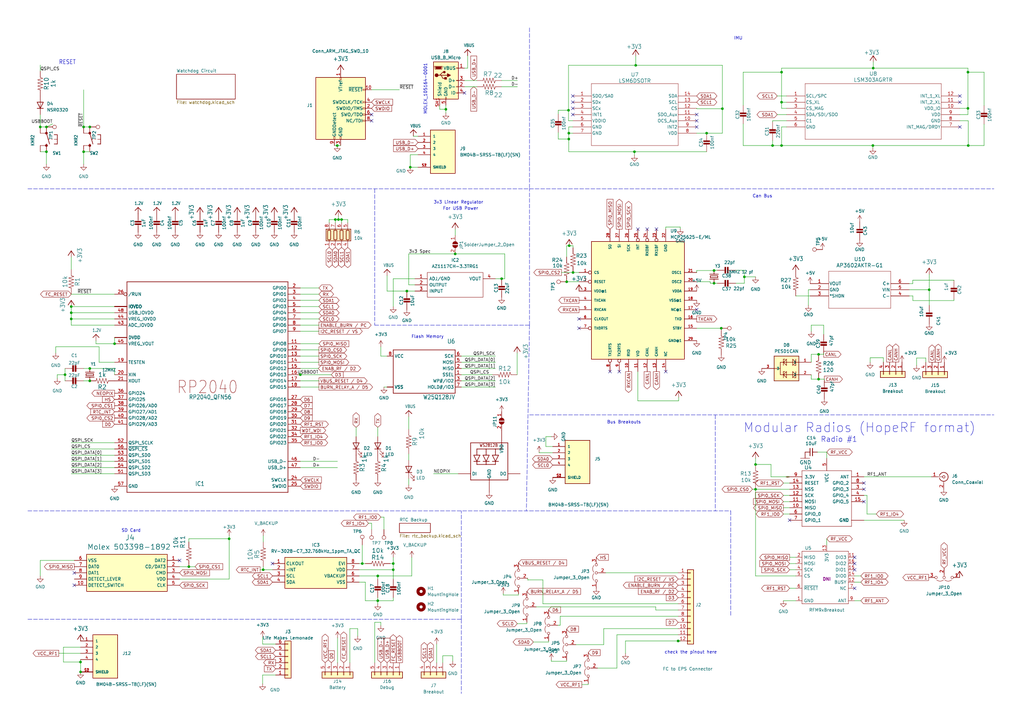
<source format=kicad_sch>
(kicad_sch (version 20231120) (generator "eeschema") (generator_version "8.0")
  (paper "A3")
  (junction (at 260.731 26.797))
  (junction (at 154.94 246.38))
  (junction (at 161.29 231.14))
  (junction (at 233.299 54.61))
  (junction (at 16.51 52.07))
  (junction (at 232.41 115.57))
  (junction (at 278.13 262.89))
  (junction (at 335.7372 145.3388))
  (junction (at 148.59 231.14))
  (junction (at 123.19 153.67))
  (junction (at 358.013 59.69))
  (junction (at 19.05 62.23))
  (junction (at 33.02 271.526))
  (junction (at 397.002 44.45))
  (junction (at 320.548 29.591))
  (junction (at 33.0454 275.59))
  (junction (at 309.88 190.5))
  (junction (at 36.83 52.07))
  (junction (at 36.83 156.21))
  (junction (at 233.299 57.023))
  (junction (at 137.541 90.043))
  (junction (at 154.94 236.22))
  (junction (at 381.1016 118.8466))
  (junction (at 46.99 140.97))
  (junction (at 316.865 59.69))
  (junction (at 34.29 62.23))
  (junction (at 205.74 114.3))
  (junction (at 292.862 116.1796))
  (junction (at 29.21 130.81))
  (junction (at 161.29 233.68))
  (junction (at 397.129 59.69))
  (junction (at 292.862 110.9472))
  (junction (at 295.8338 134.62))
  (junction (at 93.98 220.98))
  (junction (at 77.47 232.41))
  (junction (at 166.878 119.38))
  (junction (at 29.21 125.73))
  (junction (at 34.29 52.07))
  (junction (at 305.308 113.5634))
  (junction (at 358.14 27.94))
  (junction (at 138.811 90.043))
  (junction (at 320.548 59.69))
  (junction (at 309.88 200.66))
  (junction (at 233.172 45.212))
  (junction (at 36.83 151.13))
  (junction (at 182.88 44.831))
  (junction (at 289.814 54.61))
  (junction (at 26.67 153.67))
  (junction (at 138.3284 59.69))
  (junction (at 19.05 52.07))
  (junction (at 397.002 29.591))
  (junction (at 235.0262 111.76))
  (junction (at 296.291 44.577))
  (junction (at 320.548 41.91))
  (junction (at 186.69 104.14))
  (junction (at 107.95 233.68))
  (junction (at 140.081 90.043))
  (junction (at 335.7372 155.4988))
  (junction (at 168.275 68.58))
  (junction (at 233.4514 100.7618))
  (junction (at 260.223 62.23))
  (junction (at 29.21 128.27))
  (no_connect (at 237.49 134.62))
  (no_connect (at 354.33 200.66))
  (no_connect (at 350.52 228.6))
  (no_connect (at 265.43 93.98))
  (no_connect (at 234.95 41.91))
  (no_connect (at 152.4 49.53))
  (no_connect (at 350.52 231.14))
  (no_connect (at 111.76 231.14))
  (no_connect (at 323.85 213.36))
  (no_connect (at 273.05 152.4))
  (no_connect (at 250.19 152.4))
  (no_connect (at 350.52 241.3))
  (no_connect (at 354.33 205.74))
  (no_connect (at 354.33 198.12))
  (no_connect (at 30.48 240.03))
  (no_connect (at 254 152.4))
  (no_connect (at 237.49 130.81))
  (no_connect (at 152.4 46.99))
  (no_connect (at 190.5 38.1))
  (no_connect (at 285.75 52.07))
  (no_connect (at 73.66 229.87))
  (no_connect (at 393.7 52.07))
  (no_connect (at 350.52 233.68))
  (no_connect (at 234.95 46.99))
  (no_connect (at 285.75 127))
  (no_connect (at 393.7 39.37))
  (no_connect (at 30.48 234.95))
  (no_connect (at 269.24 93.98))
  (no_connect (at 234.95 44.45))
  (no_connect (at 285.75 49.53))
  (no_connect (at 261.62 93.98))
  (no_connect (at 393.7 41.91))
  (no_connect (at 285.75 46.99))
  (no_connect (at 234.95 39.37))
  (wire (pts (xy 205.74 33.02) (xy 212.217 33.02)))
  (wire (pts (xy 203.2 148.59) (xy 189.23 148.59)))
  (polyline (pts (xy 217.17 77.47) (xy 407.67 77.47)) (stroke (width 0) (type dash)))
  (wire (pts (xy 77.47 220.98) (xy 77.47 222.25)))
  (wire (pts (xy 397.002 27.94) (xy 397.002 29.591)))
  (wire (pts (xy 316.865 57.658) (xy 316.865 59.69)))
  (wire (pts (xy 107.95 233.68) (xy 111.76 233.68)))
  (wire (pts (xy 326.39 241.3) (xy 323.85 241.3)))
  (wire (pts (xy 403.606 43.307) (xy 403.606 29.591)))
  (wire (pts (xy 221.107 185.674) (xy 226.695 185.674)))
  (wire (pts (xy 323.85 205.74) (xy 321.31 205.74)))
  (wire (pts (xy 316.865 49.53) (xy 322.58 49.53)))
  (wire (pts (xy 167.64 104.14) (xy 186.69 104.14)))
  (wire (pts (xy 154.94 175.26) (xy 154.94 179.07)))
  (wire (pts (xy 180.34 44.831) (xy 182.88 44.831)))
  (wire (pts (xy 151.13 214.63) (xy 152.4 214.63)))
  (wire (pts (xy 260.731 22.987) (xy 260.731 26.797)))
  (wire (pts (xy 223.901 183.134) (xy 223.901 179.07)))
  (wire (pts (xy 321.31 210.82) (xy 323.85 210.82)))
  (wire (pts (xy 160.02 231.14) (xy 161.29 231.14)))
  (wire (pts (xy 179.07 264.16) (xy 179.07 271.78)))
  (wire (pts (xy 29.21 194.31) (xy 46.99 194.31)))
  (wire (pts (xy 393.7 49.53) (xy 397.129 49.53)))
  (wire (pts (xy 379.73 146.8374) (xy 379.73 148.59)))
  (wire (pts (xy 207.01 114.3) (xy 205.74 114.3)))
  (wire (pts (xy 148.59 223.52) (xy 148.59 231.14)))
  (wire (pts (xy 292.862 110.9472) (xy 285.7246 110.9472)))
  (wire (pts (xy 337.82 133.35) (xy 332.74 133.35)))
  (wire (pts (xy 228.981 45.212) (xy 233.172 45.212)))
  (wire (pts (xy 393.7 44.45) (xy 397.002 44.45)))
  (wire (pts (xy 168.91 236.22) (xy 168.91 228.6)))
  (wire (pts (xy 167.64 104.14) (xy 167.64 116.84)))
  (wire (pts (xy 256.54 262.89) (xy 256.54 267.97)))
  (wire (pts (xy 304.8 50.8) (xy 304.8 59.69)))
  (wire (pts (xy 226.1362 271.2466) (xy 232.3846 271.2466)))
  (wire (pts (xy 148.59 231.14) (xy 149.86 231.14)))
  (wire (pts (xy 29.21 189.23) (xy 46.99 189.23)))
  (wire (pts (xy 358.013 59.69) (xy 358.013 60.706)))
  (wire (pts (xy 226.695 183.134) (xy 223.901 183.134)))
  (wire (pts (xy 397.002 27.94) (xy 358.14 27.94)))
  (wire (pts (xy 154.94 236.22) (xy 154.94 237.49)))
  (wire (pts (xy 337.82 137.16) (xy 337.82 133.35)))
  (wire (pts (xy 39.37 140.97) (xy 46.99 140.97)))
  (wire (pts (xy 247.5992 257.81) (xy 278.13 257.81)))
  (wire (pts (xy 233.172 26.797) (xy 260.731 26.797)))
  (wire (pts (xy 123.19 146.05) (xy 130.81 146.05)))
  (wire (pts (xy 206.4004 243.4844) (xy 206.4004 244.0432)))
  (wire (pts (xy 26.035 271.526) (xy 33.02 271.526)))
  (wire (pts (xy 285.75 54.61) (xy 289.814 54.61)))
  (wire (pts (xy 320.548 29.591) (xy 320.548 41.91)))
  (wire (pts (xy 158.75 119.38) (xy 166.878 119.38)))
  (wire (pts (xy 33.02 265.43) (xy 26.035 265.43)))
  (polyline (pts (xy 217.17 11.43) (xy 217.17 77.47)) (stroke (width 0) (type dash)))
  (wire (pts (xy 123.19 128.27) (xy 130.81 128.27)))
  (wire (pts (xy 316.865 50.038) (xy 316.865 49.53)))
  (wire (pts (xy 222.6818 237.8456) (xy 222.6818 247.65)))
  (wire (pts (xy 34.29 36.83) (xy 34.29 52.07)))
  (wire (pts (xy 372.9228 118.8466) (xy 381.1016 118.8466)))
  (wire (pts (xy 381.1016 118.8466) (xy 381.1016 125.222)))
  (wire (pts (xy 187.96 194.31) (xy 177.8 194.31)))
  (wire (pts (xy 158.75 113.03) (xy 158.75 119.38)))
  (polyline (pts (xy 153.67 133.35) (xy 217.17 133.35)) (stroke (width 0) (type dash)))
  (wire (pts (xy 216.535 237.8456) (xy 222.6818 237.8456)))
  (wire (pts (xy 182.88 44.831) (xy 182.88 43.18)))
  (wire (pts (xy 261.62 152.4) (xy 261.62 164.4142)))
  (wire (pts (xy 153.67 255.27) (xy 156.21 255.27)))
  (wire (pts (xy 304.8 43.18) (xy 304.8 29.591)))
  (wire (pts (xy 375.92 146.8374) (xy 379.73 146.8374)))
  (wire (pts (xy 309.88 200.66) (xy 309.88 236.22)))
  (wire (pts (xy 316.23 195.58) (xy 316.23 190.5)))
  (wire (pts (xy 261.62 164.4142) (xy 278.3332 164.4142)))
  (wire (pts (xy 46.99 138.43) (xy 46.99 140.97)))
  (wire (pts (xy 93.98 219.71) (xy 93.98 220.98)))
  (wire (pts (xy 320.548 27.94) (xy 320.548 29.591)))
  (wire (pts (xy 355.6 203.2) (xy 355.6 210.82)))
  (wire (pts (xy 140.081 90.043) (xy 138.811 90.043)))
  (wire (pts (xy 142.621 90.043) (xy 140.081 90.043)))
  (wire (pts (xy 206.4004 244.0432) (xy 212.6488 244.0432)))
  (wire (pts (xy 391.2616 122.682) (xy 391.2616 123.2662)))
  (wire (pts (xy 245.0592 274.0152) (xy 253.0348 274.0152)))
  (wire (pts (xy 182.88 44.831) (xy 182.88 46.355)))
  (wire (pts (xy 123.19 143.51) (xy 130.81 143.51)))
  (wire (pts (xy 189.23 153.67) (xy 201.93 153.67)))
  (wire (pts (xy 22.86 142.24) (xy 22.86 144.78)))
  (wire (pts (xy 397.002 44.45) (xy 397.002 46.99)))
  (wire (pts (xy 16.51 62.23) (xy 19.05 62.23)))
  (wire (pts (xy 374.4214 121.3866) (xy 374.4214 123.2662)))
  (wire (pts (xy 169.545 55.88) (xy 169.545 55.753)))
  (wire (pts (xy 279.019 93.1164) (xy 273.05 93.1164)))
  (wire (pts (xy 301.8028 116.1796) (xy 305.308 116.1796)))
  (wire (pts (xy 323.85 195.58) (xy 316.23 195.58)))
  (wire (pts (xy 403.606 29.591) (xy 397.002 29.591)))
  (wire (pts (xy 374.396 114.9096) (xy 391.2616 114.9096)))
  (wire (pts (xy 216.535 237.871) (xy 216.535 237.8456)))
  (wire (pts (xy 137.541 90.043) (xy 137.541 91.313)))
  (wire (pts (xy 212.1662 255.778) (xy 216.1032 255.778)))
  (wire (pts (xy 374.396 116.3066) (xy 374.396 114.9096)))
  (wire (pts (xy 326.3646 121.3866) (xy 332.2828 121.3866)))
  (wire (pts (xy 46.99 151.13) (xy 46.99 153.67)))
  (wire (pts (xy 339.09 220.98) (xy 339.09 223.52)))
  (wire (pts (xy 146.685 260.858) (xy 146.685 257.81)))
  (wire (pts (xy 123.19 125.73) (xy 130.81 125.73)))
  (wire (pts (xy 205.74 35.56) (xy 212.217 35.56)))
  (wire (pts (xy 232.41 115.57) (xy 237.49 115.57)))
  (wire (pts (xy 154.94 247.65) (xy 154.94 246.38)))
  (wire (pts (xy 233.299 52.07) (xy 233.299 54.61)))
  (wire (pts (xy 358.14 25.4) (xy 358.14 27.94)))
  (wire (pts (xy 253.0348 260.35) (xy 278.13 260.35)))
  (wire (pts (xy 235.0262 111.76) (xy 237.49 111.76)))
  (wire (pts (xy 107.696 264.16) (xy 113.03 264.16)))
  (wire (pts (xy 135.001 90.043) (xy 135.001 91.313)))
  (wire (pts (xy 320.548 27.94) (xy 358.14 27.94)))
  (wire (pts (xy 292.862 110.8202) (xy 292.862 110.9472)))
  (wire (pts (xy 305.308 110.8202) (xy 305.308 113.5634)))
  (wire (pts (xy 304.8 59.69) (xy 316.865 59.69)))
  (wire (pts (xy 147.32 231.14) (xy 148.59 231.14)))
  (wire (pts (xy 149.86 246.38) (xy 149.86 238.76)))
  (wire (pts (xy 309.88 200.66) (xy 323.85 200.66)))
  (wire (pts (xy 268.986 248.92) (xy 268.986 250.19)))
  (wire (pts (xy 335.7372 155.4988) (xy 332.74 155.4988)))
  (wire (pts (xy 203.2 158.75) (xy 189.23 158.75)))
  (wire (pts (xy 372.9228 121.3866) (xy 374.4214 121.3866)))
  (wire (pts (xy 323.85 203.2) (xy 321.31 203.2)))
  (wire (pts (xy 233.299 54.61) (xy 234.95 54.61)))
  (wire (pts (xy 285.7246 111.76) (xy 285.75 111.76)))
  (wire (pts (xy 130.81 120.65) (xy 123.19 120.65)))
  (wire (pts (xy 107.95 232.41) (xy 107.95 233.68)))
  (wire (pts (xy 33.0454 271.526) (xy 33.0454 275.59)))
  (wire (pts (xy 167.64 186.182) (xy 167.64 188.722)))
  (wire (pts (xy 29.21 133.35) (xy 29.21 130.81)))
  (wire (pts (xy 156.21 142.24) (xy 156.21 146.05)))
  (wire (pts (xy 185.674 268.986) (xy 185.674 271.145)))
  (wire (pts (xy 181.61 271.78) (xy 181.61 268.986)))
  (wire (pts (xy 46.99 128.27) (xy 29.21 128.27)))
  (wire (pts (xy 29.21 191.77) (xy 46.99 191.77)))
  (wire (pts (xy 397.129 49.53) (xy 397.129 59.69)))
  (wire (pts (xy 285.75 44.577) (xy 285.75 44.45)))
  (wire (pts (xy 123.19 140.97) (xy 130.81 140.97)))
  (wire (pts (xy 121.92 153.67) (xy 123.19 153.67)))
  (wire (pts (xy 335.7372 145.3388) (xy 332.74 145.3388)))
  (wire (pts (xy 161.29 233.68) (xy 161.29 231.14)))
  (wire (pts (xy 29.21 105.41) (xy 29.21 110.49)))
  (wire (pts (xy 167.64 196.342) (xy 167.64 198.882)))
  (wire (pts (xy 147.32 236.22) (xy 154.94 236.22)))
  (wire (pts (xy 152.4 36.83) (xy 163.83 36.83)))
  (wire (pts (xy 223.901 179.07) (xy 226.06 179.07)))
  (wire (pts (xy 156.21 255.27) (xy 156.21 256.54)))
  (polyline (pts (xy 217.17 133.35) (xy 217.17 77.47)) (stroke (width 0) (type dash)))
  (wire (pts (xy 278.13 247.65) (xy 222.6818 247.65)))
  (wire (pts (xy 232.41 115.57) (xy 232.3846 115.57)))
  (wire (pts (xy 46.99 148.59) (xy 40.64 148.59)))
  (wire (pts (xy 40.64 148.59) (xy 40.64 142.24)))
  (wire (pts (xy 181.61 268.986) (xy 185.674 268.986)))
  (polyline (pts (xy 11.43 209.55) (xy 217.17 209.55)) (stroke (width 0) (type dash)))
  (wire (pts (xy 16.51 29.21) (xy 16.51 26.67)))
  (wire (pts (xy 294.1828 110.8202) (xy 292.862 110.8202)))
  (wire (pts (xy 19.05 52.07) (xy 16.51 52.07)))
  (wire (pts (xy 36.83 151.13) (xy 34.29 151.13)))
  (wire (pts (xy 130.556 151.13) (xy 123.19 151.13)))
  (wire (pts (xy 40.64 142.24) (xy 22.86 142.24)))
  (wire (pts (xy 273.05 93.1164) (xy 273.05 93.98)))
  (wire (pts (xy 212.09 144.78) (xy 212.09 153.67)))
  (wire (pts (xy 230.3018 111.76) (xy 235.0262 111.76)))
  (wire (pts (xy 391.2616 114.9096) (xy 391.2616 115.062)))
  (wire (pts (xy 224.9932 263.3218) (xy 224.9932 262.8138)))
  (wire (pts (xy 268.986 250.19) (xy 278.13 250.19)))
  (wire (pts (xy 339.09 185.42) (xy 335.28 185.42)))
  (wire (pts (xy 226.1362 270.6878) (xy 226.1362 271.2466)))
  (wire (pts (xy 149.86 238.76) (xy 147.32 238.76)))
  (wire (pts (xy 233.299 54.61) (xy 233.299 57.023)))
  (wire (pts (xy 285.75 44.577) (xy 296.291 44.577)))
  (wire (pts (xy 207.01 104.14) (xy 207.01 114.3)))
  (polyline (pts (xy 11.43 77.47) (xy 217.17 77.47)) (stroke (width 0) (type dash)))
  (wire (pts (xy 24.13 267.97) (xy 33.02 267.97)))
  (polyline (pts (xy 189.23 254) (xy 189.23 209.55)) (stroke (width 0) (type dash)))
  (wire (pts (xy 137.16 59.69) (xy 138.3284 59.69)))
  (wire (pts (xy 77.47 232.41) (xy 80.01 232.41)))
  (wire (pts (xy 228.981 57.023) (xy 233.299 57.023)))
  (wire (pts (xy 292.862 116.0272) (xy 292.862 116.1796)))
  (wire (pts (xy 301.8028 110.8202) (xy 305.308 110.8202)))
  (wire (pts (xy 123.19 130.81) (xy 130.81 130.81)))
  (polyline (pts (xy 293.37 170.18) (xy 293.37 209.55)) (stroke (width 0) (type dash)))
  (wire (pts (xy 296.291 54.61) (xy 296.291 44.577)))
  (wire (pts (xy 219.9132 248.92) (xy 268.986 248.92)))
  (wire (pts (xy 331.5716 125.222) (xy 331.5716 118.8466)))
  (wire (pts (xy 304.8 29.591) (xy 320.548 29.591)))
  (polyline (pts (xy 153.67 77.47) (xy 153.67 133.35)) (stroke (width 0) (type dash)))
  (wire (pts (xy 123.19 123.19) (xy 130.81 123.19)))
  (wire (pts (xy 186.69 104.14) (xy 207.01 104.14)))
  (wire (pts (xy 218.7448 263.3218) (xy 224.9932 263.3218)))
  (wire (pts (xy 337.82 144.78) (xy 337.82 145.3388)))
  (wire (pts (xy 29.21 130.81) (xy 29.21 128.27)))
  (wire (pts (xy 233.299 62.23) (xy 260.223 62.23)))
  (wire (pts (xy 397.129 59.69) (xy 358.013 59.69)))
  (wire (pts (xy 168.275 63.5) (xy 168.275 68.58)))
  (wire (pts (xy 233.172 49.53) (xy 233.172 45.212)))
  (wire (pts (xy 260.223 62.23) (xy 260.223 63.627)))
  (polyline (pts (xy 299.72 209.55) (xy 299.72 252.73)) (stroke (width 0) (type dash)))
  (wire (pts (xy 318.77 39.37) (xy 322.58 39.37)))
  (wire (pts (xy 236.1946 264.3886) (xy 247.5992 264.3886)))
  (wire (pts (xy 229.743 256.4638) (xy 229.743 252.73)))
  (polyline (pts (xy 217.17 170.18) (xy 407.67 170.18)) (stroke (width 0) (type dash)))
  (wire (pts (xy 167.64 116.84) (xy 170.18 116.84)))
  (wire (pts (xy 123.19 133.35) (xy 130.81 133.35)))
  (wire (pts (xy 123.19 156.21) (xy 130.81 156.21)))
  (wire (pts (xy 241.2492 280.7462) (xy 241.2492 280.3652)))
  (wire (pts (xy 332.74 133.35) (xy 332.74 135.89)))
  (wire (pts (xy 397.002 44.45) (xy 397.002 29.591)))
  (wire (pts (xy 216.4588 237.871) (xy 216.4588 237.1852)))
  (wire (pts (xy 161.29 125.73) (xy 161.29 114.3)))
  (wire (pts (xy 146.685 257.81) (xy 143.51 257.81)))
  (wire (pts (xy 123.19 153.67) (xy 135.89 153.67)))
  (wire (pts (xy 212.6488 244.0432) (xy 212.6488 243.5352)))
  (wire (pts (xy 30.48 229.87) (xy 16.51 229.87)))
  (wire (pts (xy 381.1016 112.522) (xy 381.1016 118.8466)))
  (wire (pts (xy 73.66 237.49) (xy 93.98 237.49)))
  (wire (pts (xy 190.5 27.94) (xy 191.77 27.94)))
  (wire (pts (xy 354.33 213.36) (xy 370.84 213.36)))
  (wire (pts (xy 36.83 62.23) (xy 34.29 62.23)))
  (wire (pts (xy 247.5992 264.3886) (xy 247.5992 257.81)))
  (wire (pts (xy 285.75 115.57) (xy 291.2872 115.57)))
  (wire (pts (xy 232.3846 105.41) (xy 232.3846 100.7618)))
  (wire (pts (xy 156.21 212.09) (xy 157.48 212.09)))
  (wire (pts (xy 374.4214 123.2662) (xy 391.2616 123.2662)))
  (wire (pts (xy 189.23 156.21) (xy 203.2 156.21)))
  (wire (pts (xy 285.75 134.62) (xy 295.8338 134.62)))
  (wire (pts (xy 353.06 246.38) (xy 350.52 246.38)))
  (wire (pts (xy 157.48 212.09) (xy 157.48 217.17)))
  (wire (pts (xy 321.31 246.38) (xy 326.39 246.38)))
  (wire (pts (xy 403.606 50.927) (xy 403.606 59.69)))
  (wire (pts (xy 33.02 262.89) (xy 33.0454 262.89)))
  (wire (pts (xy 305.308 113.5634) (xy 305.308 116.1796)))
  (wire (pts (xy 296.291 44.577) (xy 296.291 26.797)))
  (wire (pts (xy 294.1828 116.1796) (xy 292.862 116.1796)))
  (wire (pts (xy 354.33 195.58) (xy 382.016 195.58)))
  (wire (pts (xy 289.814 62.23) (xy 260.223 62.23)))
  (wire (pts (xy 186.69 93.98) (xy 186.69 96.52)))
  (wire (pts (xy 26.035 265.43) (xy 26.035 271.526)))
  (wire (pts (xy 228.981 54.356) (xy 228.981 57.023)))
  (wire (pts (xy 154.94 236.22) (xy 168.91 236.22)))
  (wire (pts (xy 323.85 208.28) (xy 321.31 208.28)))
  (wire (pts (xy 33.02 270.51) (xy 33.02 271.526)))
  (wire (pts (xy 234.95 52.07) (xy 233.299 52.07)))
  (wire (pts (xy 189.23 146.05) (xy 203.2 146.05)))
  (wire (pts (xy 138.43 261.62) (xy 138.43 271.78)))
  (wire (pts (xy 29.21 128.27) (xy 29.21 125.73)))
  (wire (pts (xy 234.95 49.53) (xy 233.172 49.53)))
  (wire (pts (xy 322.58 52.07) (xy 320.548 52.07)))
  (wire (pts (xy 123.19 158.75) (xy 130.81 158.75)))
  (wire (pts (xy 322.58 44.45) (xy 320.548 44.45)))
  (wire (pts (xy 16.51 229.87) (xy 16.51 236.22)))
  (wire (pts (xy 106.68 233.68) (xy 107.95 233.68)))
  (wire (pts (xy 372.9228 116.3066) (xy 374.396 116.3066)))
  (wire (pts (xy 233.299 57.023) (xy 233.299 62.23)))
  (wire (pts (xy 34.29 52.07) (xy 36.83 52.07)))
  (wire (pts (xy 353.06 238.76) (xy 350.52 238.76)))
  (wire (pts (xy 316.23 190.5) (xy 309.88 190.5)))
  (wire (pts (xy 46.99 184.15) (xy 29.21 184.15)))
  (wire (pts (xy 326.39 228.6) (xy 323.85 228.6)))
  (wire (pts (xy 221.107 185.547) (xy 221.107 185.674)))
  (wire (pts (xy 46.99 125.73) (xy 29.21 125.73)))
  (polyline (pts (xy 189.23 254) (xy 189.23 284.48)) (stroke (width 0) (type dash)))
  (wire (pts (xy 320.548 59.69) (xy 358.013 59.69)))
  (polyline (pts (xy 11.43 254) (xy 189.23 254)) (stroke (width 0) (type dash)))
  (wire (pts (xy 332.74 148.59) (xy 332.74 145.3388)))
  (wire (pts (xy 46.99 133.35) (xy 29.21 133.35)))
  (wire (pts (xy 233.172 45.212) (xy 233.172 26.797)))
  (wire (pts (xy 320.548 52.07) (xy 320.548 59.69)))
  (wire (pts (xy 228.981 46.736) (xy 228.981 45.212)))
  (wire (pts (xy 46.99 181.61) (xy 29.21 181.61)))
  (wire (pts (xy 123.19 118.11) (xy 130.81 118.11)))
  (wire (pts (xy 142.621 91.313) (xy 142.621 90.043)))
  (wire (pts (xy 238.6584 280.7462) (xy 241.2492 280.7462)))
  (wire (pts (xy 260.731 26.797) (xy 296.291 26.797)))
  (wire (pts (xy 93.98 220.98) (xy 93.98 237.49)))
  (wire (pts (xy 171.45 55.88) (xy 169.545 55.88)))
  (wire (pts (xy 337.82 145.3388) (xy 335.7372 145.3388)))
  (wire (pts (xy 46.99 130.81) (xy 29.21 130.81)))
  (wire (pts (xy 166.878 119.38) (xy 170.18 119.38)))
  (wire (pts (xy 154.94 245.11) (xy 154.94 246.38)))
  (wire (pts (xy 180.34 44.831) (xy 180.34 43.18)))
  (wire (pts (xy 338.0994 155.9814) (xy 338.0994 155.4988)))
  (wire (pts (xy 138.811 88.773) (xy 138.811 90.043)))
  (wire (pts (xy 353.06 236.22) (xy 350.52 236.22)))
  (wire (pts (xy 161.29 245.11) (xy 161.29 246.38)))
  (wire (pts (xy 107.696 276.86) (xy 107.696 280.416)))
  (wire (pts (xy 362.331 146.7358) (xy 362.331 148.4884)))
  (wire (pts (xy 191.77 27.94) (xy 191.77 22.86)))
  (wire (pts (xy 16.51 46.99) (xy 16.51 52.07)))
  (wire (pts (xy 393.7 46.99) (xy 397.002 46.99)))
  (polyline (pts (xy 217.17 209.55) (xy 299.72 209.55)) (stroke (width 0) (type dash)))
  (wire (pts (xy 93.98 220.98) (xy 77.47 220.98)))
  (wire (pts (xy 289.814 54.61) (xy 296.291 54.61)))
  (wire (pts (xy 190.5 33.02) (xy 195.58 33.02)))
  (wire (pts (xy 355.6 210.82) (xy 359.41 210.82)))
  (wire (pts (xy 285.7246 110.9472) (xy 285.7246 111.76)))
  (wire (pts (xy 34.29 156.21) (xy 36.83 156.21)))
  (wire (pts (xy 189.23 151.13) (xy 203.2 151.13)))
  (wire (pts (xy 107.696 261.366) (xy 107.696 264.16)))
  (wire (pts (xy 161.29 233.68) (xy 161.29 237.49)))
  (wire (pts (xy 168.275 68.58) (xy 171.45 68.58)))
  (wire (pts (xy 309.88 236.22) (xy 326.39 236.22)))
  (wire (pts (xy 33.02 271.526) (xy 33.0454 271.526)))
  (wire (pts (xy 19.05 62.23) (xy 19.05 67.31)))
  (wire (pts (xy 323.85 198.12) (xy 321.31 198.12)))
  (wire (pts (xy 229.743 252.73) (xy 278.13 252.73)))
  (wire (pts (xy 253.0348 274.0152) (xy 253.0348 260.35)))
  (wire (pts (xy 46.99 120.65) (xy 29.21 120.65)))
  (wire (pts (xy 375.92 146.8374) (xy 375.92 149.86)))
  (wire (pts (xy 320.548 41.91) (xy 320.548 44.45)))
  (wire (pts (xy 279.146 262.89) (xy 278.13 262.89)))
  (wire (pts (xy 149.86 246.38) (xy 154.94 246.38)))
  (wire (pts (xy 256.54 262.89) (xy 278.13 262.89)))
  (wire (pts (xy 278.13 234.95) (xy 248.3866 234.95)))
  (wire (pts (xy 232.3846 271.2466) (xy 232.3846 270.7386)))
  (wire (pts (xy 137.541 90.043) (xy 135.001 90.043)))
  (wire (pts (xy 147.32 233.68) (xy 161.29 233.68)))
  (wire (pts (xy 308.61 200.66) (xy 309.88 200.66)))
  (wire (pts (xy 26.67 153.67) (xy 26.67 156.21)))
  (wire (pts (xy 326.39 231.14) (xy 323.85 231.14)))
  (wire (pts (xy 339.09 185.42) (xy 339.09 187.96)))
  (wire (pts (xy 403.606 59.69) (xy 397.129 59.69)))
  (wire (pts (xy 295.8338 134.62) (xy 295.8338 135.382)))
  (wire (pts (xy 29.21 186.69) (xy 46.99 186.69)))
  (wire (pts (xy 123.19 189.23) (xy 138.43 189.23)))
  (wire (pts (xy 291.2872 115.57) (xy 291.2872 116.1796)))
  (wire (pts (xy 73.66 232.41) (xy 77.47 232.41)))
  (wire (pts (xy 356.87 146.7358) (xy 362.331 146.7358)))
  (wire (pts (xy 23.495 153.67) (xy 26.67 153.67)))
  (wire (pts (xy 216.4588 237.871) (xy 216.535 237.871)))
  (wire (pts (xy 161.29 246.38) (xy 154.94 246.38)))
  (wire (pts (xy 113.03 276.86) (xy 107.696 276.86)))
  (wire (pts (xy 158.75 158.75) (xy 157.48 158.75)))
  (wire (pts (xy 161.29 231.14) (xy 161.29 228.6)))
  (wire (pts (xy 316.865 59.69) (xy 320.548 59.69)))
  (wire (pts (xy 138.3284 59.69) (xy 139.7 59.69)))
  (wire (pts (xy 152.4 214.63) (xy 152.4 217.17)))
  (wire (pts (xy 338.0994 155.4988) (xy 335.7372 155.4988)))
  (wire (pts (xy 279.019 93.8022) (xy 279.019 93.1164)))
  (wire (pts (xy 123.19 148.59) (xy 130.81 148.59)))
  (wire (pts (xy 305.308 113.5634) (xy 309.88 113.5634)))
  (wire (pts (xy 190.5 35.56) (xy 195.58 35.56)))
  (polyline (pts (xy 217.17 133.35) (xy 215.9 209.55)) (stroke (width 0) (type dash)))
  (wire (pts (xy 331.5716 118.8466) (xy 332.2828 118.8466)))
  (wire (pts (xy 26.67 151.13) (xy 26.67 153.67)))
  (wire (pts (xy 23.495 155.194) (xy 23.495 153.67)))
  (wire (pts (xy 332.74 153.67) (xy 332.74 155.4988)))
  (wire (pts (xy 158.75 146.05) (xy 156.21 146.05)))
  (wire (pts (xy 161.29 114.3) (xy 170.18 114.3)))
  (wire (pts (xy 322.58 41.91) (xy 320.548 41.91)))
  (wire (pts (xy 326.39 233.68) (xy 323.85 233.68)))
  (wire (pts (xy 21.59 50.8) (xy 19.05 52.07)))
  (wire (pts (xy 205.74 114.3) (xy 203.2 114.3)))
  (wire (pts (xy 167.64 176.022) (xy 167.64 170.942)))
  (wire (pts (xy 233.4514 100.7618) (xy 235.0262 100.7618)))
  (wire (pts (xy 232.3846 100.7618) (xy 233.4514 100.7618)))
  (wire (pts (xy 123.19 135.89) (xy 130.81 135.89)))
  (wire (pts (xy 216.1032 255.27) (xy 216.1032 255.778)))
  (wire (pts (xy 171.45 63.5) (xy 168.275 63.5)))
  (wire (pts (xy 235.0262 100.7618) (xy 235.0262 101.6)))
  (wire (pts (xy 34.29 67.31) (xy 34.29 62.23)))
  (wire (pts (xy 39.37 140.97) (xy 39.37 139.7)))
  (wire (pts (xy 140.081 91.313) (xy 140.081 90.043)))
  (wire (pts (xy 278.3332 164.4142) (xy 278.3332 162.941)))
  (wire (pts (xy 143.51 257.81) (xy 143.51 271.78)))
  (wire (pts (xy 309.88 190.5) (xy 309.88 187.96)))
  (wire (pts (xy 123.19 191.77) (xy 138.43 191.77)))
  (wire (pts (xy 107.95 219.71) (xy 107.95 222.25)))
  (wire (pts (xy 354.33 203.2) (xy 355.6 203.2)))
  (wire (pts (xy 318.77 46.99) (xy 322.58 46.99)))
  (wire (pts (xy 33.02 275.59) (xy 33.0454 275.59)))
  (wire (pts (xy 36.83 151.13) (xy 46.99 151.13)))
  (wire (pts (xy 291.2872 116.1796) (xy 292.862 116.1796)))
  (wire (pts (xy 228.8032 256.4638) (xy 229.743 256.4638)))
  (wire (pts (xy 146.05 175.26) (xy 146.05 179.07)))
  (wire (pts (xy 138.811 90.043) (xy 137.541 90.043)))
  (wire (pts (xy 356.87 146.7358) (xy 356.87 148.59)))
  (wire (pts (xy 153.67 271.78) (xy 153.67 255.27)))
  (text "Bus Breakouts" (at 248.92 173.99 0) (effects (font (size 1.27 1.27)) (justify left bottom)))
  (text "3v3 Linear Regulator" (at 177.8 83.82 0) (effects (font (size 1.27 1.27)) (justify left bottom)))
  (text "Can Bus" (at 308.61 81.28 0) (effects (font (size 1.27 1.27)) (justify left bottom)))
  (text "Radio #1" (at 336.55 181.61 0) (effects (font (size 2.159 2.159)) (justify left bottom)))
  (text "Modular Radios (HopeRF format)" (at 304.8 177.8 0) (effects (font (size 3.81 3.81)) (justify left bottom)))
  (text "For USB Power\n" (at 181.61 86.36 0) (effects (font (size 1.27 1.27)) (justify left bottom)))
  (text "MOLEX_105164-0001" (at 175.26 46.99 90) (effects (font (size 1.27 1.27)) (justify left bottom)))
  (text "check the pinout here\n" (at 272.542 268.351 0) (effects (font (size 1.27 1.27)) (justify left bottom)))
  (text "RESET" (at 24.13 26.67 0) (effects (font (size 1.778 1.5113)) (justify left bottom)))
  (text "IMU\n" (at 300.99 16.51 0) (effects (font (size 1.27 1.27)) (justify left bottom)))
  (text "Flash Memory" (at 168.656 138.938 0) (effects (font (size 1.27 1.27)) (justify left bottom)))
  (text "SD Card" (at 49.784 218.44 0) (effects (font (size 1.27 1.27)) (justify left bottom)))
  (label "QSPI_DATA[3]" (at 203.2 158.75 180) (effects (font (size 1.2446 1.2446))))
  (label "D+" (at 209.677 33.02 0) (effects (font (size 1.2446 1.2446))))
  (label "QSPI_DATA[3]" (at 29.21 194.31 0) (effects (font (size 1.2446 1.2446))))
  (label "QSPI_CS" (at 16.51 29.21 0) (effects (font (size 1.2446 1.2446))))
  (label "D-" (at 209.677 35.56 0) (effects (font (size 1.2446 1.2446))))
  (label "QSPI_DATA[2]" (at 29.21 191.77 0) (effects (font (size 1.2446 1.2446))))
  (label "QSPI_CS" (at 200.66 153.67 180) (effects (font (size 1.2446 1.2446))))
  (label "QSPI_DATA[0]" (at 29.21 186.69 0) (effects (font (size 1.2446 1.2446))))
  (label "QSPI_DATA[2]" (at 203.2 156.21 180) (effects (font (size 1.2446 1.2446))))
  (label "QSPI_DATA[1]" (at 29.21 189.23 0) (effects (font (size 1.2446 1.2446))))
  (label "NEOPIX" (at 177.8 194.31 0) (effects (font (size 1.2446 1.2446))))
  (label "3v3 Spec" (at 167.64 104.14 0))
  (label "QSPI_DATA[0]" (at 203.2 148.59 180) (effects (font (size 1.2446 1.2446))))
  (label "D-" (at 128.27 189.23 0) (effects (font (size 1.2446 1.2446))))
  (label "~{RESET}" (at 34.29 52.07 90) (effects (font (size 1.2446 1.2446))))
  (label "~{RESET}" (at 163.83 36.83 0) (effects (font (size 1.2446 1.2446))))
  (label "RF1_ANT" (at 355.6 195.58 0))
  (label "USBBOOT" (at 121.92 153.67 0) (effects (font (size 1.2446 1.2446))))
  (label "QSPI_SCK" (at 29.21 181.61 0) (effects (font (size 1.2446 1.2446))))
  (label "QSPI_DATA[1]" (at 203.2 151.13 180) (effects (font (size 1.2446 1.2446))))
  (label "QSPI_CS" (at 29.21 184.15 0) (effects (font (size 1.2446 1.2446))))
  (label "D+" (at 128.27 191.77 0) (effects (font (size 1.2446 1.2446))))
  (label "QSPI_SCK" (at 203.2 146.05 180) (effects (font (size 1.2446 1.2446))))
  (label "USBBOOT" (at 21.59 50.8 180) (effects (font (size 1.2446 1.2446))))
  (label "~{RESET}" (at 31.75 120.65 0) (effects (font (size 1.2446 1.2446))))
  (global_label "SDA0" (shape bidirectional) (at 226.695 188.214 180) (property "Intersheetrefs" "${INTERSHEET_REFS}" (effects (hide yes))))
  (global_label "SPI0_MISO" (shape output) (at 30.48 232.41 180) (property "Intersheetrefs" "${INTERSHEET_REFS}" (effects (hide yes))))
  (global_label "TX" (shape input) (at 113.03 274.32 180) (property "Intersheetrefs" "${INTERSHEET_REFS}" (effects (hide yes))))
  (global_label "SCL1" (shape bidirectional) (at 318.77 39.37 180) (property "Intersheetrefs" "${INTERSHEET_REFS}" (effects (hide yes))))
  (global_label "SCL0" (shape bidirectional) (at 212.1662 255.778 180) (property "Intersheetrefs" "${INTERSHEET_REFS}" (effects (hide yes))))
  (global_label "SPI0_CS0" (shape bidirectional) (at 308.61 200.66 180) (property "Intersheetrefs" "${INTERSHEET_REFS}" (effects (hide yes))))
  (global_label "SPI0_MISO" (shape input) (at 130.81 140.97 0) (property "Intersheetrefs" "${INTERSHEET_REFS}" (effects (hide yes))))
  (global_label "SDA1" (shape bidirectional) (at 130.81 123.19 0) (property "Intersheetrefs" "${INTERSHEET_REFS}" (effects (hide yes))))
  (global_label "SCL1" (shape bidirectional) (at 113.03 269.24 180) (property "Intersheetrefs" "${INTERSHEET_REFS}" (effects (hide yes))))
  (global_label "BURN_RELAY_A {slash} D5" (shape output) (at 130.81 158.75 0) (property "Intersheetrefs" "${INTERSHEET_REFS}" (effects (hide yes))))
  (global_label "RF1_IO0" (shape bidirectional) (at 353.06 236.22 0) (property "Intersheetrefs" "${INTERSHEET_REFS}" (effects (hide yes))))
  (global_label "SWDIO" (shape input) (at 152.4 44.45 0) (property "Intersheetrefs" "${INTERSHEET_REFS}" (effects (hide yes))))
  (global_label "CANH" (shape output) (at 384.81 148.59 90) (property "Intersheetrefs" "${INTERSHEET_REFS}" (effects (hide yes))))
  (global_label "CANL" (shape output) (at 364.871 148.4884 90) (property "Intersheetrefs" "${INTERSHEET_REFS}" (effects (hide yes))))
  (global_label "SPI0_MOSI" (shape input) (at 321.31 205.74 180) (property "Intersheetrefs" "${INTERSHEET_REFS}" (effects (hide yes))))
  (global_label "SPI0_CS1" (shape input) (at 80.01 232.41 0) (property "Intersheetrefs" "${INTERSHEET_REFS}" (effects (hide yes))))
  (global_label "D3" (shape input) (at 278.13 245.11 180) (property "Intersheetrefs" "${INTERSHEET_REFS}" (effects (hide yes))))
  (global_label "I2C_RESET {slash} VS" (shape output) (at 130.81 135.89 0) (property "Intersheetrefs" "${INTERSHEET_REFS}" (effects (hide yes))))
  (global_label "SCL0" (shape bidirectional) (at 130.81 130.81 0) (property "Intersheetrefs" "${INTERSHEET_REFS}" (effects (hide yes))))
  (global_label "D7" (shape input) (at 123.19 166.37 0) (property "Intersheetrefs" "${INTERSHEET_REFS}" (effects (hide yes))))
  (global_label "USB_D-" (shape input) (at 194.31 35.56 270) (property "Intersheetrefs" "${INTERSHEET_REFS}" (effects (hide yes))))
  (global_label "D3" (shape input) (at 135.89 153.67 0) (property "Intersheetrefs" "${INTERSHEET_REFS}" (effects (hide yes))))
  (global_label "SCL1" (shape bidirectional) (at 130.81 125.73 0) (property "Intersheetrefs" "${INTERSHEET_REFS}" (effects (hide yes))))
  (global_label "RF1_IO4" (shape bidirectional) (at 359.41 210.82 0) (property "Intersheetrefs" "${INTERSHEET_REFS}" (effects (hide yes))))
  (global_label "USBBOOT" (shape output) (at 163.83 271.78 90) (property "Intersheetrefs" "${INTERSHEET_REFS}" (effects (hide yes))))
  (global_label "RF1_RST" (shape bidirectional) (at 323.85 241.3 180) (property "Intersheetrefs" "${INTERSHEET_REFS}" (effects (hide yes))))
  (global_label "TX" (shape bidirectional) (at 154.94 175.26 90) (property "Intersheetrefs" "${INTERSHEET_REFS}" (effects (hide yes))))
  (global_label "SPI0_CS2" (shape output) (at 230.3018 111.76 180) (property "Intersheetrefs" "${INTERSHEET_REFS}" (effects (hide yes))))
  (global_label "CANL" (shape output) (at 265.43 152.4 270) (property "Intersheetrefs" "${INTERSHEET_REFS}" (effects (hide yes))))
  (global_label "RXCAN" (shape output) (at 257.81 152.4 270) (property "Intersheetrefs" "${INTERSHEET_REFS}" (effects (hide yes))))
  (global_label "VBUS_RESET {slash} D4" (shape output) (at 130.81 156.21 0) (property "Intersheetrefs" "${INTERSHEET_REFS}" (effects (hide yes))))
  (global_label "RF1_RST" (shape bidirectional) (at 123.19 173.99 0) (property "Intersheetrefs" "${INTERSHEET_REFS}" (effects (hide yes))))
  (global_label "TXCAN" (shape output) (at 285.75 130.81 0) (property "Intersheetrefs" "${INTERSHEET_REFS}" (effects (hide yes))))
  (global_label "RF_VCC" (shape bidirectional) (at 339.09 220.98 0) (property "Intersheetrefs" "${INTERSHEET_REFS}" (effects (hide yes))))
  (global_label "USB_D-" (shape input) (at 156.21 271.78 90) (property "Intersheetrefs" "${INTERSHEET_REFS}" (effects (hide yes))))
  (global_label "HS" (shape input) (at 46.99 163.83 180) (property "Intersheetrefs" "${INTERSHEET_REFS}" (effects (hide yes))))
  (global_label "SPI0_MISO" (shape output) (at 321.31 208.28 180) (property "Intersheetrefs" "${INTERSHEET_REFS}" (effects (hide yes))))
  (global_label "SPI0_MOSI" (shape output) (at 130.81 148.59 0) (property "Intersheetrefs" "${INTERSHEET_REFS}" (effects (hide yes))))
  (global_label "D9" (shape input) (at 123.19 171.45 0) (property "Intersheetrefs" "${INTERSHEET_REFS}" (effects (hide yes))))
  (global_label "RF1_IO0" (shape bidirectional) (at 321.31 210.82 180) (property "Intersheetrefs" "${INTERSHEET_REFS}" (effects (hide yes))))
  (global_label "USB_D+" (shape input) (at 194.31 33.02 90) (property "Intersheetrefs" "${INTERSHEET_REFS}" (effects (hide yes))))
  (global_label "SCL1" (shape bidirectional) (at 140.081 101.473 270) (property "Intersheetrefs" "${INTERSHEET_REFS}" (effects (hide yes))))
  (global_label "SWCLK" (shape input) (at 152.4 41.91 0) (property "Intersheetrefs" "${INTERSHEET_REFS}" (effects (hide yes))))
  (global_label "SDA0" (shape bidirectional) (at 137.541 101.473 270) (property "Intersheetrefs" "${INTERSHEET_REFS}" (effects (hide yes))))
  (global_label "ENAB_RF {slash} D2" (shape input) (at 278.13 242.57 180) (property "Intersheetrefs" "${INTERSHEET_REFS}" (effects (hide yes))))
  (global_label "SDA1" (shape bidirectional) (at 285.75 39.37 0) (property "Intersheetrefs" "${INTERSHEET_REFS}" (effects (hide yes))))
  (global_label "SDA1" (shape bidirectional) (at 176.53 271.78 90) (property "Intersheetrefs" "${INTERSHEET_REFS}" (effects (hide yes))))
  (global_label "SPI0_SCK" (shape input) (at 73.66 240.03 0) (property "Intersheetrefs" "${INTERSHEET_REFS}" (effects (hide yes))))
  (global_label "RF1_IO4" (shape bidirectional) (at 151.13 214.63 180) (property "Intersheetrefs" "${INTERSHEET_REFS}" (effects (hide yes))))
  (global_label "VCC_RF1" (shape output) (at 24.13 267.97 180) (property "Intersheetrefs" "${INTERSHEET_REFS}" (effects (hide yes))))
  (global_label "WDT_WDI" (shape output) (at 123.19 176.53 0) (property "Intersheetrefs" "${INTERSHEET_REFS}" (effects (hide yes))))
  (global_label "SCL1" (shape bidirectional) (at 173.99 271.78 90) (property "Intersheetrefs" "${INTERSHEET_REFS}" (effects (hide yes))))
  (global_label "D6" (shape input) (at 224.9932 250.1138 0) (property "Intersheetrefs" "${INTERSHEET_REFS}" (effects (hide yes))))
  (global_label "TXCAN" (shape output) (at 237.49 123.19 180) (property "Intersheetrefs" "${INTERSHEET_REFS}" (effects (hide yes))))
  (global_label "RX" (shape bidirectional) (at 130.81 120.65 0) (property "Intersheetrefs" "${INTERSHEET_REFS}" (effects (hide yes))))
  (global_label "ENABLE_BURN {slash} PC" (shape bidirectional) (at 278.13 240.03 180) (property "Intersheetrefs" "${INTERSHEET_REFS}" (effects (hide yes))))
  (global_label "VCC_RF1" (shape output) (at 238.6584 280.7462 180) (property "Intersheetrefs" "${INTERSHEET_REFS}" (effects (hide yes))))
  (global_label "CANH" (shape output) (at 269.24 152.4 270) (property "Intersheetrefs" "${INTERSHEET_REFS}" (effects (hide yes))))
  (global_label "FC_RESET" (shape bidirectional) (at 140.97 271.78 90) (property "Intersheetrefs" "${INTERSHEET_REFS}" (effects (hide yes))))
  (global_label "SCL0" (shape bidirectional) (at 226.695 190.754 180) (property "Intersheetrefs" "${INTERSHEET_REFS}" (effects (hide yes))))
  (global_label "USB_D+" (shape input) (at 171.45 60.96 180) (property "Intersheetrefs" "${INTERSHEET_REFS}" (effects (hide yes))))
  (global_label "SCL1" (shape bidirectional) (at 285.75 41.91 0) (property "Intersheetrefs" "${INTERSHEET_REFS}" (effects (hide yes))))
  (global_label "SPI0_SCK" (shape output) (at 257.81 93.98 90) (property "Intersheetrefs" "${INTERSHEET_REFS}" (effects (hide yes))))
  (global_label "ENAB_RF {slash} D2" (shape bidirectional) (at 130.556 151.13 0) (property "Intersheetrefs" "${INTERSHEET_REFS}" (effects (hide yes))))
  (global_label "SPI0_CS0" (shape output) (at 130.81 143.51 0) (property "Intersheetrefs" "${INTERSHEET_REFS}" (effects (hide yes))))
  (global_label "SCL0" (shape bidirectional) (at 135.001 101.473 270) (property "Intersheetrefs" "${INTERSHEET_REFS}" (effects (hide yes))))
  (global_label "SPI0_MOSI" (shape output) (at 254 93.98 90) (property "Intersheetrefs" "${INTERSHEET_REFS}" (effects (hide yes))))
  (global_label "BURN_RELAY_A {slash} D5" (shape input) (at 216.1032 242.57 0) (property "Intersheetrefs" "${INTERSHEET_REFS}" (effects (hide yes))))
  (global_label "NEOPIX" (shape output) (at 46.99 161.29 180) (property "Intersheetrefs" "${INTERSHEET_REFS}" (effects (hide yes))))
  (global_label "SPI0_MOSI" (shape input) (at 73.66 234.95 0) (property "Intersheetrefs" "${INTERSHEET_REFS}" (effects (hide yes))))
  (global_label "D9" (shape input) (at 241.2492 267.6652 0) (property "Intersheetrefs" "${INTERSHEET_REFS}" (effects (hide yes))))
  (global_label "VBUS_RESET {slash} D4" (shape input) (at 212.6488 230.8352 0) (property "Intersheetrefs" "${INTERSHEET_REFS}" (effects (hide yes))))
  (global_label "SDA1" (shape bidirectional) (at 113.03 266.7 180) (property "Intersheetrefs" "${INTERSHEET_REFS}" (effects (hide yes))))
  (global_label "FC_RESET" (shape output) (at 161.29 271.78 90) (property "Intersheetrefs" "${INTERSHEET_REFS}" (effects (hide yes))))
  (global_label "I2C_RESET {slash} VS" (shape input) (at 278.13 237.49 180) (property "Intersheetrefs" "${INTERSHEET_REFS}" (effects (hide yes))))
  (global_label "USB_D+" (shape input) (at 158.75 271.78 90) (property "Intersheetrefs" "${INTERSHEET_REFS}" (effects (hide yes))))
  (global_label "TX" (shape bidirectional) (at 130.81 118.11 0) (property "Intersheetrefs" "${INTERSHEET_REFS}" (effects (hide yes))))
  (global_label "RF1_RST" (shape bidirectional) (at 321.31 198.12 180) (property "Intersheetrefs" "${INTERSHEET_REFS}" (effects (hide yes))))
  (global_label "SPI0_MISO" (shape output) (at 323.85 228.6 180) (property "Intersheetrefs" "${INTERSHEET_REFS}" (effects (hide yes))))
  (global_label "SDA1" (shape bidirectional) (at 318.77 46.99 180) (property "Intersheetrefs" "${INTERSHEET_REFS}" (effects (hide yes))))
  (global_label "SPI0_SCK" (shape output) (at 130.81 146.05 0) (property "Intersheetrefs" "${INTERSHEET_REFS}" (effects (hide yes))))
  (global_label "RF1_IO4" (shape bidirectional) (at 353.06 238.76 0) (property "Intersheetrefs" "${INTERSHEET_REFS}" (effects (hide yes))))
  (global_label "D8" (shape input) (at 232.3846 258.0386 0) (property "Intersheetrefs" "${INTERSHEET_REFS}" (effects (hide yes))))
  (global_label "RX" (shape bidirectional) (at 146.05 175.26 90) (property "Intersheetrefs" "${INTERSHEET_REFS}" (effects (hide yes))))
  (global_label "CANL" (shape output) (at 337.82 145.3134 0) (property "Intersheetrefs" "${INTERSHEET_REFS}" (effects (hide yes))))
  (global_label "CANH" (shape output) (at 367.411 148.4884 90) (property "Intersheetrefs" "${INTERSHEET_REFS}" (effects (hide yes))))
  (global_label "SPI0_SCK" (shape input) (at 323.85 233.68 180) (property "Intersheetrefs" "${INTERSHEET_REFS}" (effects (hide yes))))
  (global_label "RTC_INT" (shape input) (at 46.99 168.91 180) (property "Intersheetrefs" "${INTERSHEET_REFS}" (effects (hide yes))))
  (global_label "SPI0_SCK" (shape input) (at 321.31 203.2 180) (property "Intersheetrefs" "${INTERSHEET_REFS}" (effects (hide yes))))
  (global_label "SCL1" (shape bidirectional) (at 111.76 236.22 180) (property "Intersheetrefs" "${INTERSHEET_REFS}" (effects (hide yes))))
  (global_label "VCC_RF1" (shape bidirectional) (at 133.35 271.78 90) (property "Intersheetrefs" "${INTERSHEET_REFS}" (effects (hide yes))))
  (global_label "SWDIO" (shape input) (at 123.19 199.39 0) (property "Intersheetrefs" "${INTERSHEET_REFS}" (effects (hide yes))))
  (global_label "RF1_IO0" (shape bidirectional) (at 156.21 212.09 180) (property "Intersheetrefs" "${INTERSHEET_REFS}" (effects (hide yes))))
  (global_label "RF_VCC" (shape bidirectional) (at 339.09 185.42 0) (property "Intersheetrefs" "${INTERSHEET_REFS}" (effects (hide yes))))
  (global_label "RX" (shape output) (at 113.03 271.78 180) (property "Intersheetrefs" "${INTERSHEET_REFS}" (effects (hide yes))))
  (global_label "RXCAN" (shape output) (at 237.49 127 180) (property "Intersheetrefs" "${INTERSHEET_REFS}" (effects (hide yes))))
  (global_label "SPI0_CS1" (shape output) (at 46.99 166.37 180) (property "Intersheetrefs" "${INTERSHEET_REFS}" (effects (hide yes))))
  (global_label "D7" (shape input) (at 278.13 255.27 180) (property "Intersheetrefs" "${INTERSHEET_REFS}" (effects (hide yes))))
  (global_label "SDA1" (shape bidirectional) (at 111.76 238.76 180) (property "Intersheetrefs" "${INTERSHEET_REFS}" (effects (hide yes))))
  (global_label "ENABLE_BURN {slash} PC" (shape output) (at 130.81 133.35 0) (property "Intersheetrefs" "${INTERSHEET_REFS}" (effects (hide yes))))
  (global_label "SDA0" (shape bidirectional) (at 218.7448 263.3218 180) (property "Intersheetrefs" "${INTERSHEET_REFS}" (effects (hide yes))))
  (global_label "RTC_INT" (shape output) (at 106.68 233.68 180) (property "Intersheetrefs" "${INTERSHEET_REFS}" (effects (hide yes))))
  (global_label "HS" (shape input) (at 244.5766 228.6 0) (property "Intersheetrefs" "${INTERSHEET_REFS}" (effects (hide yes))))
  (global_label "SWCLK" (shape input) (at 123.19 196.85 0) (property "Intersheetrefs" "${INTERSHEET_REFS}" (effects (hide yes))))
  (global_label "USB_D-" (shape input) (at 171.45 58.42 180) (property "Intersheetrefs" "${INTERSHEET_REFS}" (effects (hide yes))))
  (global_label "CANL" (shape output) (at 382.27 148.59 90) (property "Intersheetrefs" "${INTERSHEET_REFS}" (effects (hide yes))))
  (global_label "SDA0" (shape bidirectional) (at 130.81 128.27 0) (property "Intersheetrefs" "${INTERSHEET_REFS}" (effects (hide yes))))
  (global_label "D8" (shape input) (at 123.19 168.91 0) (property "Intersheetrefs" "${INTERSHEET_REFS}" (effects (hide yes))))
  (global_label "3.3V" (shape bidirectional) (at 323.85 195.58 180) (effects (font (size 0.254 0.254))) (property "Intersheetrefs" "${INTERSHEET_REFS}" (effects (hide yes))))
  (global_label "SDA1" (shape bidirectional) (at 142.621 101.473 270) (property "Intersheetrefs" "${INTERSHEET_REFS}" (effects (hide yes))))
  (global_label "FC_RESET" (shape bidirectional) (at 29.21 120.65 180) (property "Intersheetrefs" "${INTERSHEET_REFS}" (effects (hide yes))))
  (global_label "RF1_IO4" (shape bidirectional) (at 123.19 179.07 0) (property "Intersheetrefs" "${INTERSHEET_REFS}" (effects (hide yes))))
  (global_label "D6" (shape input) (at 123.19 163.83 0) (property "Intersheetrefs" "${INTERSHEET_REFS}" (effects (hide yes))))
  (global_label "SPI0_MOSI" (shape input) (at 323.85 231.14 180) (property "Intersheetrefs" "${INTERSHEET_REFS}" (effects (hide yes))))
  (global_label "SPI0_MISO" (shape input) (at 250.19 93.98 90) (property "Intersheetrefs" "${INTERSHEET_REFS}" (effects (hide yes))))
  (global_label "RF1_IO0" (shape bidirectional) (at 123.19 181.61 0) (property "Intersheetrefs" "${INTERSHEET_REFS}" (effects (hide yes))))
  (global_label "RF1_ANT" (shape bidirectional) (at 353.06 246.38 0) (property "Intersheetrefs" "${INTERSHEET_REFS}" (effects (hide yes))))
  (global_label "D0" (shape input) (at 135.89 271.78 90) (property "Intersheetrefs" "${INTERSHEET_REFS}" (effects (hide yes))))
  (global_label "CANH" (shape output) (at 338.0994 155.4988 0) (property "Intersheetrefs" "${INTERSHEET_REFS}" (effects (hide yes))))
  (global_label "SPI0_CS2" (shape output) (at 46.99 171.45 180) (property "Intersheetrefs" "${INTERSHEET_REFS}" (effects (hide yes))))
  (global_label "RF_VCC" (shape bidirectional) (at 387.223 233.045 90) (property "Intersheetrefs" "${INTERSHEET_REFS}" (effects (hide yes))))
  (global_label "D0" (shape input) (at 46.99 173.99 180) (property "Intersheetrefs" "${INTERSHEET_REFS}" (effects (hide yes))))
  (global_label "VCC_RF1" (shape output) (at 380.873 236.855 180) (property "Intersheetrefs" "${INTERSHEET_REFS}" (effects (hide yes))))
  (symbol (lib_id "mainboard:RESISTOR0603") (at 146.05 191.77 270) (unit 1)
    (property "Reference" "R3" (at 147.574 191.77 0) (effects (font (size 1.778 1.778)) (justify bottom)))
    (property "Value" "1k" (at 150.4696 188.1124 0) (effects (font (size 1.778 1.778)) (justify top)))
    (property "Footprint" "Resistor_SMD:R_0603_1608Metric" (effects (hide yes)))
    (property "Description" "100K 0603" (effects (hide yes)))
  )
  (symbol (lib_id "LSM6DSOTR:LSM6DSOTR") (at 234.95 39.37 0) (unit 1)
    (property "Reference" "U7" (at 260.35 30.607 0) (effects (font (size 1.524 1.524))))
    (property "Value" "LSM6DSOTR" (at 260.35 33.147 0) (effects (font (size 1.524 1.524))))
    (property "Footprint" "Package_LGA:LGA-14_3x2.5mm_P0.5mm_LayoutBorder3x4y" (effects (hide yes)))
    (property "Datasheet" "LSM6DSOTR" (effects (hide yes)))
  )
  (symbol (lib_id "mainboard:10KOHM-1_10W-1%(0603)0603") (at 309.88 195.58 270) (unit 1)
    (property "Reference" "R13" (at 308.1528 194.2338 90) (effects (font (size 1.4986 1.4986)) (justify right)))
    (property "Value" "10k" (at 308.1528 196.9008 90) (effects (font (size 1.4986 1.4986)) (justify right)))
    (property "Footprint" "Resistor_SMD:R_0603_1608Metric" (effects (hide yes)))
    (property "Description" "10k 0603" (effects (hide yes)))
  )
  (symbol (lib_id "Device:C_Small") (at 332.74 185.42 90) (unit 1)
    (property "Reference" "C14" (at 332.74 179.6034 90))
    (property "Value" "10uF" (at 332.74 181.9148 90))
    (property "Footprint" "Capacitor_SMD:C_0603_1608Metric" (effects (hide yes)))
    (property "Description" "10uF +-20% 10V X5R" (effects (hide yes)))
  )
  (symbol (lib_id "power:GND") (at 387.096 200.66 0) (unit 1)
    (property "Reference" "#PWR047" (effects (hide yes)))
    (property "Value" "GND" (at 387.096 205.1034 0))
  )
  (symbol (lib_id "Adafruit ItsyBitsy RP2040-eagle-import:CAP_CERAMIC_0402NO") (at 154.94 242.57 0) (unit 1)
    (property "Reference" "C17" (at 152.65 241.32 90))
    (property "Value" "100nf" (at 157.24 241.32 90))
    (property "Footprint" "Capacitor_SMD:C_0402_1005Metric" (effects (hide yes)))
  )
  (symbol (lib_id "Molex 503398-1892:503398-1892") (at 73.66 229.87 0) (mirror y) (unit 1)
    (property "Reference" "J4" (at 55.372 221.742 0) (effects (font (size 2.159 2.159)) (justify left bottom)))
    (property "Value" "Molex 503398-1892" (at 70.104 225.552 0) (effects (font (size 2.159 2.159)) (justify left bottom)))
    (property "Footprint" "503398-1892-1" (effects (hide yes)))
    (property "Datasheet" "http://www.molex.com/webdocs/datasheets/pdf/en-us//5033981892_MEMORY_CARD_SOCKET.pdf" (effects (hide yes)))
    (property "Description" "MicroSD SMT Push-Push 1.28mm height MicroSD SMT Push-Push 1.28mm height" (effects (hide yes)))
    (property "Flight" "5031821852" (effects (hide yes)))
    (property "Manufacturer_Name" "Molex" (effects (hide yes)))
    (property "Manufacturer_Part_Number" "503398-1892" (effects (hide yes)))
    (property "Proto" "5031821852" (effects (hide yes)))
    (property "Mouser Part Number" "538-503398-1892" (effects (hide yes)))
    (property "Mouser Price/Stock" "https://www.mouser.co.uk/ProductDetail/Molex/503398-1892?qs=b0v8CoHHvSMxV%252BW12iKaSg%3D%3D" (effects (hide yes)))
  )
  (symbol (lib_id "Adafruit ItsyBitsy RP2040-eagle-import:SWITCH_TACT_SMT4.6X2.8") (at 36.83 57.15 270) (unit 1)
    (property "Reference" "SW2" (at 36.83 63.5 90) (effects (font (size 1.27 1.0795)) (justify left bottom)))
    (property "Value" "KMR2" (at 30.48 55.245 0) (effects (font (size 1.27 1.0795)) (justify left bottom)))
    (property "Footprint" "FC_DEV_BOARD:BTN_KMR2_4.6X2.8" (effects (hide yes)))
  )
  (symbol (lib_id "Adafruit ItsyBitsy RP2040-eagle-import:+3V3") (at 120.65 85.09 0) (unit 1)
    (property "Reference" "#+3V08" (effects (hide yes)))
    (property "Value" "+3V3" (at 118.11 90.17 90) (effects (font (size 1.778 1.5113)) (justify left bottom)))
    (property "Footprint" "Adafruit ItsyBitsy RP2040:" (effects (hide yes)))
  )
  (symbol (lib_id "power:GND") (at 370.84 213.36 0) (unit 1)
    (property "Reference" "#PWR044" (effects (hide yes)))
    (property "Value" "GND" (at 370.84 217.8034 0))
  )
  (symbol (lib_id "Adafruit ItsyBitsy RP2040-eagle-import:SWITCH_TACT_SMT4.6X2.8") (at 19.05 57.15 270) (unit 1)
    (property "Reference" "SW1" (at 21.59 63.5 90) (effects (font (size 1.27 1.0795)) (justify left bottom)))
    (property "Value" "KMR2" (at 12.7 55.245 0) (effects (font (size 1.27 1.0795)) (justify left bottom)))
    (property "Footprint" "FC_DEV_BOARD:BTN_KMR2_4.6X2.8" (effects (hide yes)))
  )
  (symbol (lib_id "Adafruit ItsyBitsy RP2040-eagle-import:VBUS") (at 167.64 168.402 0) (unit 1)
    (property "Reference" "#U$07" (effects (hide yes)))
    (property "Value" "VBUS" (at 166.116 167.386 0) (effects (font (size 1.27 1.0795)) (justify left bottom)))
    (property "Footprint" "Adafruit ItsyBitsy RP2040:" (effects (hide yes)))
  )
  (symbol (lib_id "Device:LED") (at 154.94 182.88 90) (unit 1)
    (property "Reference" "D1" (at 157.988 183.8325 90) (effects (justify right)))
    (property "Value" "LED" (at 157.988 186.3725 90) (effects (justify right)))
    (property "Footprint" "LED_SMD:LED_0603_1608Metric" (effects (hide yes)))
  )
  (symbol (lib_id "power:GND") (at 356.87 148.59 0) (unit 1)
    (property "Reference" "#PWR034" (effects (hide yes)))
    (property "Value" "GND" (at 356.87 153.67 0))
  )
  (symbol (lib_id "Adafruit ItsyBitsy RP2040-eagle-import:CAP_CERAMIC_0402NO") (at 120.65 92.71 0) (unit 1)
    (property "Reference" "C11" (at 118.36 91.46 90))
    (property "Value" "100nf" (at 122.95 91.46 90))
    (property "Footprint" "Capacitor_SMD:C_0402_1005Metric" (effects (hide yes)))
  )
  (symbol (lib_id "mainboard:RESISTOR0603") (at 207.01 153.67 0) (mirror y) (unit 1)
    (property "Reference" "R12" (at 207.01 152.146 0) (effects (font (size 1.778 1.778)) (justify bottom)))
    (property "Value" "10k" (at 207.01 155.575 0) (effects (font (size 1.778 1.778)) (justify top)))
    (property "Footprint" "Resistor_SMD:R_0603_1608Metric" (effects (hide yes)))
    (property "Description" "100K 0603" (effects (hide yes)))
  )
  (symbol (lib_id "Adafruit ItsyBitsy RP2040-eagle-import:CAP_CERAMIC_0402NO") (at 316.865 55.118 0) (unit 1)
    (property "Reference" "C31" (at 314.575 53.868 90))
    (property "Value" "220nf" (at 319.165 53.868 90))
    (property "Footprint" "Capacitor_SMD:C_0402_1005Metric" (effects (hide yes)))
  )
  (symbol (lib_id "power:GND") (at 279.019 93.8022 0) (unit 1)
    (property "Reference" "#PWR068" (effects (hide yes)))
    (property "Value" "GND" (at 279.019 98.8822 0))
  )
  (symbol (lib_id "power:+3V3") (at 226.1362 270.6878 0) (unit 1)
    (property "Reference" "#PWR031" (effects (hide yes)))
    (property "Value" "+3V3" (at 226.1362 267.112 0))
  )
  (symbol (lib_id "Adafruit ItsyBitsy RP2040-eagle-import:+3V3") (at 97.282 85.09 0) (unit 1)
    (property "Reference" "#+3V05" (effects (hide yes)))
    (property "Value" "+3V3" (at 94.742 90.17 90) (effects (font (size 1.778 1.5113)) (justify left bottom)))
    (property "Footprint" "Adafruit ItsyBitsy RP2040:" (effects (hide yes)))
  )
  (symbol (lib_id "Connector:TestPoint") (at 36.83 52.07 270) (unit 1)
    (property "Reference" "TP2" (at 38.6588 53.5432 0) (effects (justify left)))
    (property "Value" "RESET" (effects (hide yes)))
    (property "Footprint" "TestPoint:TestPoint_Loop_D1.80mm_Drill1.0mm_Beaded" (effects (hide yes)))
  )
  (symbol (lib_id "Jumper:Jumper_3_Open") (at 232.3846 264.3886 90) (unit 1)
    (property "Reference" "JP5" (at 229.6668 263.7536 90) (effects (justify left)))
    (property "Value" "Jumper_3_Open" (at 229.6668 266.2936 90) (effects (justify left)))
    (property "Footprint" "Jumper:SolderJumper-3_P1.3mm_Open_RoundedPad1.0x1.5mm_NumberLabels" (effects (hide yes)))
  )
  (symbol (lib_id "Adafruit ItsyBitsy RP2040-eagle-import:RP2040_QFN56") (at 85.09 158.75 0) (unit 1)
    (property "Reference" "IC1" (at 80.01 199.39 0) (effects (font (size 1.778 1.5113)) (justify left bottom)))
    (property "Value" "RP2040_QFN56" (at 77.47 163.83 0) (effects (font (size 1.778 1.5113)) (justify left bottom)))
    (property "Footprint" "Package_DFN_QFN:QFN-56-1EP_7x7mm_P0.4mm_EP3.2x3.2mm_ThermalVias" (effects (hide yes)))
    (property "Datasheet" "https://datasheets.raspberrypi.com/rp2040/rp2040-datasheet.pdf" (effects (hide yes)))
  )
  (symbol (lib_id "Jumper:Jumper_3_Open") (at 212.6488 237.1852 90) (unit 1)
    (property "Reference" "JP4" (at 209.931 236.5502 90) (effects (justify left)))
    (property "Value" "Jumper_3_Open" (at 208.28 238.76 90) (effects (justify left)))
    (property "Footprint" "Jumper:SolderJumper-3_P1.3mm_Open_RoundedPad1.0x1.5mm_NumberLabels" (effects (hide yes)))
  )
  (symbol (lib_id "Adafruit ItsyBitsy RP2040-eagle-import:+3V3") (at 381.1016 109.982 0) (unit 1)
    (property "Reference" "#+3V028" (effects (hide yes)))
    (property "Value" "+3V3" (at 381.1016 107.442 0) (effects (font (size 1.778 1.5113))))
    (property "Footprint" "Adafruit ItsyBitsy RP2040:" (effects (hide yes)))
  )
  (symbol (lib_id "power:GND") (at 157.48 158.75 0) (mirror y) (unit 1)
    (property "Reference" "#PWR049" (effects (hide yes)))
    (property "Value" "GND" (at 157.48 163.1934 0))
  )
  (symbol (lib_id "Adafruit Ethernet FeatherWing-eagle-import:CAP_CERAMIC0603_NO") (at 299.2628 116.1796 90) (unit 1)
    (property "Reference" "C37" (at 298.0128 118.4696 90))
    (property "Value" "22pf" (at 303.0474 118.364 90))
    (property "Footprint" "Capacitor_SMD:C_0402_1005Metric" (effects (hide yes)))
  )
  (symbol (lib_id "PESD1CAN:PESD1CAN") (at 327.66 156.21 0) (mirror y) (unit 1)
    (property "Reference" "D8" (at 322.58 141.5288 0))
    (property "Value" "PESD1CAN" (at 322.58 144.0688 0))
    (property "Footprint" "Package_TO_SOT_SMD:SOT-23-3" (effects (hide yes)))
    (property "PROD_ID" "DIO-12501" (effects (hide yes)))
  )
  (symbol (lib_id "Adafruit ItsyBitsy RP2040-eagle-import:+3V3") (at 33.0454 260.35 0) (unit 1)
    (property "Reference" "#+3V024" (effects (hide yes)))
    (property "Value" "+3V3" (at 33.0454 257.81 0) (effects (font (size 1.778 1.5113))))
    (property "Footprint" "Adafruit ItsyBitsy RP2040:" (effects (hide yes)))
  )
  (symbol (lib_id "LSM303AGTR:LSM303AGRTR") (at 322.58 39.37 0) (unit 1)
    (property "Reference" "U8" (at 358.14 30.226 0) (effects (font (size 1.524 1.524))))
    (property "Value" "LSM303AGRTR" (at 358.14 32.766 0) (effects (font (size 1.524 1.524))))
    (property "Footprint" "Package_LGA:LGA-12_2x2mm_P0.5mm" (effects (hide yes)))
    (property "Datasheet" "LSM303AGRTR" (effects (hide yes)))
  )
  (symbol (lib_id "power:GND") (at 285.75 123.19 0) (unit 1)
    (property "Reference" "#PWR067" (effects (hide yes)))
    (property "Value" "GND" (at 285.75 128.27 0))
  )
  (symbol (lib_id "power:VCC") (at 107.95 219.71 0) (unit 1)
    (property "Reference" "#PWR080" (effects (hide yes)))
    (property "Value" "V_BACKUP" (at 109.22 214.63 0))
    (property "Description" "Power symbol creates a global label with name \"VCC\"" (effects (hide yes)))
  )
  (symbol (lib_id "Adafruit Ethernet FeatherWing-eagle-import:CAP_CERAMIC0603_NO") (at 338.0994 158.5214 0) (mirror x) (unit 1)
    (property "Reference" "C40" (at 335.8094 159.7714 90))
    (property "Value" "47pf" (at 341.2744 158.5722 90))
    (property "Footprint" "Capacitor_SMD:C_0402_1005Metric" (effects (hide yes)))
  )
  (symbol (lib_id "Connector:USB_B_Micro") (at 182.88 33.02 0) (unit 1)
    (property "Reference" "J8" (at 182.88 21.082 0))
    (property "Value" "USB_B_Micro" (at 182.88 23.622 0))
    (property "Footprint" "FC_DEV_BOARD:MOLEX_105164-0001" (effects (hide yes)))
  )
  (symbol (lib_id "power:GND") (at 331.5716 125.222 0) (unit 1)
    (property "Reference" "#PWR073" (effects (hide yes)))
    (property "Value" "GND" (at 331.5716 129.032 0))
  )
  (symbol (lib_id "mainboard:RESISTOR0603") (at 77.47 227.33 90) (unit 1)
    (property "Reference" "R11" (at 75.946 222.25 0) (effects (font (size 1.778 1.778)) (justify bottom)))
    (property "Value" "10k" (at 71.12 222.504 0) (effects (font (size 1.778 1.778)) (justify top)))
    (property "Footprint" "Resistor_SMD:R_0603_1608Metric" (effects (hide yes)))
    (property "Description" "100K 0603" (effects (hide yes)))
  )
  (symbol (lib_id "power:GND") (at 112.522 95.25 0) (unit 1)
    (property "Reference" "#PWR011" (effects (hide yes)))
    (property "Value" "GND" (at 112.522 100.33 0))
  )
  (symbol (lib_id "power:GND") (at 16.51 236.22 0) (unit 1)
    (property "Reference" "#PWR027" (effects (hide yes)))
    (property "Value" "GND" (at 16.51 240.6634 0))
  )
  (symbol (lib_id "Connector:TestPoint") (at 295.8338 134.62 270) (unit 1)
    (property "Reference" "TP4" (at 297.6626 136.0932 0) (effects (justify left)))
    (property "Value" "Standby" (effects (hide yes)))
    (property "Footprint" "TestPoint:TestPoint_Loop_D1.80mm_Drill1.0mm_Beaded" (effects (hide yes)))
  )
  (symbol (lib_id "Connector_Generic:Conn_01x04") (at 179.07 276.86 270) (unit 1)
    (property "Reference" "J7" (at 177.8 281.178 90))
    (property "Value" "Breakout" (at 177.8 283.718 90))
    (property "Footprint" "FC_DEV_BOARD:JST_BM04B-SRSS-TB(LF)(SN)" (effects (hide yes)))
  )
  (symbol (lib_id "Device:R_Pack04") (at 140.081 96.393 0) (unit 1)
    (property "Reference" "R6" (at 145.161 95.1229 0) (effects (justify left)))
    (property "Value" "10k" (at 145.161 97.6629 0) (effects (justify left)))
    (property "Footprint" "Resistor_SMD:R_Array_Convex_4x0603" (effects (hide yes)))
  )
  (symbol (lib_id "Adafruit Ethernet FeatherWing-eagle-import:CAP_CERAMIC0603_NO") (at 391.2616 117.602 180) (unit 1)
    (property "Reference" "C42" (at 393.5516 118.852 90))
    (property "Value" "1uf" (at 388.0866 117.6528 90))
    (property "Footprint" "Capacitor_SMD:C_0603_1608Metric" (effects (hide yes)))
  )
  (symbol (lib_id "Adafruit ItsyBitsy RP2040-eagle-import:CAP_CERAMIC_0402NO") (at 289.814 59.69 0) (unit 1)
    (property "Reference" "C34" (at 287.524 58.44 90))
    (property "Value" "100nf" (at 292.114 58.44 90))
    (property "Footprint" "Capacitor_SMD:C_0402_1005Metric" (effects (hide yes)))
  )
  (symbol (lib_id "Device:LED") (at 167.64 192.532 90) (unit 1)
    (property "Reference" "D3" (at 170.688 193.4845 90) (effects (justify right)))
    (property "Value" "LED" (at 170.688 196.0245 90) (effects (justify right)))
    (property "Footprint" "LED_SMD:LED_0603_1608Metric" (effects (hide yes)))
  )
  (symbol (lib_id "power:GND") (at 381.1016 132.842 0) (unit 1)
    (property "Reference" "#PWR072" (effects (hide yes)))
    (property "Value" "GND" (at 381.1016 136.652 0))
  )
  (symbol (lib_id "Adafruit ItsyBitsy RP2040-eagle-import:CAP_CERAMIC_0402NO") (at 228.981 51.816 0) (unit 1)
    (property "Reference" "C35" (at 226.691 50.566 90))
    (property "Value" "100nf" (at 231.281 50.566 90))
    (property "Footprint" "Capacitor_SMD:C_0402_1005Metric" (effects (hide yes)))
  )
  (symbol (lib_id "Adafruit ItsyBitsy RP2040-eagle-import:CAP_CERAMIC_0603MP") (at 166.878 124.46 0) (unit 1)
    (property "Reference" "C12" (at 164.588 123.21 90))
    (property "Value" "10uF" (at 169.178 123.21 90))
    (property "Footprint" "Capacitor_SMD:C_0603_1608Metric" (effects (hide yes)))
  )
  (symbol (lib_id "Adafruit ItsyBitsy RP2040-eagle-import:+3V3") (at 233.4514 98.2218 0) (unit 1)
    (property "Reference" "#+3V025" (effects (hide yes)))
    (property "Value" "+3V3" (at 233.4514 95.6818 0) (effects (font (size 1.778 1.5113))))
    (property "Footprint" "Adafruit ItsyBitsy RP2040:" (effects (hide yes)))
  )
  (symbol (lib_id "Adafruit ItsyBitsy RP2040-eagle-import:CAP_CERAMIC_0402NO") (at 89.662 92.71 0) (unit 1)
    (property "Reference" "C7" (at 87.372 91.46 90))
    (property "Value" "100nf" (at 91.962 91.46 90))
    (property "Footprint" "Capacitor_SMD:C_0402_1005Metric" (effects (hide yes)))
  )
  (symbol (lib_id "Adafruit ItsyBitsy RP2040-eagle-import:+3V3") (at 112.522 85.09 0) (unit 1)
    (property "Reference" "#+3V07" (effects (hide yes)))
    (property "Value" "+3V3" (at 109.982 90.17 90) (effects (font (size 1.778 1.5113)) (justify left bottom)))
    (property "Footprint" "Adafruit ItsyBitsy RP2040:" (effects (hide yes)))
  )
  (symbol (lib_id "power:GND") (at 200.66 201.93 0) (unit 1)
    (property "Reference" "#PWR050" (effects (hide yes)))
    (property "Value" "GND" (at 200.66 206.3734 0))
  )
  (symbol (lib_id "power:GND") (at 352.6028 98.5266 0) (unit 1)
    (property "Reference" "#PWR076" (effects (hide yes)))
    (property "Value" "GND" (at 352.6028 102.3366 0))
  )
  (symbol (lib_id "power:GND") (at 260.223 63.627 0) (unit 1)
    (property "Reference" "#PWR052" (effects (hide yes)))
    (property "Value" "GND" (at 260.223 67.437 0))
  )
  (symbol (lib_id "Adafruit ItsyBitsy RP2040-eagle-import:1.2V") (at 64.262 85.09 0) (unit 1)
    (property "Reference" "#U$03" (effects (hide yes)))
    (property "Value" "1.2V" (at 62.738 84.074 0) (effects (font (size 1.27 1.0795)) (justify left bottom)))
    (property "Footprint" "Adafruit ItsyBitsy RP2040:" (effects (hide yes)))
  )
  (symbol (lib_id "Adafruit ItsyBitsy RP2040-eagle-import:+3V3") (at 278.3332 160.401 0) (unit 1)
    (property "Reference" "#+3V026" (effects (hide yes)))
    (property "Value" "+3V3" (at 278.3332 157.861 0) (effects (font (size 1.778 1.5113))))
    (property "Footprint" "Adafruit ItsyBitsy RP2040:" (effects (hide yes)))
  )
  (symbol (lib_id "Adafruit ItsyBitsy RP2040-eagle-import:VBUS") (at 191.77 20.32 0) (unit 1)
    (property "Reference" "#U$05" (effects (hide yes)))
    (property "Value" "VBUS" (at 190.246 19.304 0) (effects (font (size 1.27 1.0795)) (justify left bottom)))
    (property "Footprint" "Adafruit ItsyBitsy RP2040:" (effects (hide yes)))
  )
  (symbol (lib_id "Connector:TestPoint") (at 152.4 217.17 180) (unit 1)
    (property "Reference" "TP7" (at 156.21 222.758 0) (effects (justify left)))
    (property "Value" "RESET" (effects (hide yes)))
    (property "Footprint" "TestPoint:TestPoint_Loop_D1.80mm_Drill1.0mm_Beaded" (effects (hide yes)))
  )
  (symbol (lib_id "power:GND") (at 185.674 271.145 0) (unit 1)
    (property "Reference" "#PWR054" (effects (hide yes)))
    (property "Value" "GND" (at 185.674 276.225 0))
  )
  (symbol (lib_id "Adafruit Ethernet FeatherWing-eagle-import:CAP_CERAMIC0603_NO") (at 337.82 139.7 0) (mirror x) (unit 1)
    (property "Reference" "C39" (at 335.53 140.95 90))
    (property "Value" "47pf" (at 340.995 139.7508 90))
    (property "Footprint" "Capacitor_SMD:C_0402_1005Metric" (effects (hide yes)))
  )
  (symbol (lib_id "Max_Lib:Connector_Generic_Conn_01x05") (at 158.75 276.86 270) (unit 1)
    (property "Reference" "J16" (at 158.75 279.4 90))
    (property "Value" "Debug" (at 158.75 281.94 90))
    (property "Footprint" "FC_DEV_BOARD:MOLEX_5040500591" (effects (hide yes)))
  )
  (symbol (lib_id "Adafruit ItsyBitsy RP2040-eagle-import:CRYSTAL2.5X2.0") (at 36.83 153.67 90) (unit 1)
    (property "Reference" "Y1" (at 39.37 148.59 90) (effects (font (size 1.27 1.0795)) (justify left bottom)))
    (property "Value" "12MHZ" (at 41.91 152.4 90) (effects (font (size 1.27 1.0795)) (justify right top)))
    (property "Footprint" "Crystal:Crystal_SMD_2520-4Pin_2.5x2.0mm" (effects (hide yes)))
  )
  (symbol (lib_id "Max_Lib:Connector_Generic_Conn_01x05") (at 138.43 276.86 270) (unit 1)
    (property "Reference" "J14" (at 138.43 279.4 90))
    (property "Value" "Battery" (at 138.43 281.94 90))
    (property "Footprint" "FC_DEV_BOARD:MOLEX_5040500591" (effects (hide yes)))
  )
  (symbol (lib_id "Adafruit ItsyBitsy RP2040-eagle-import:CAP_CERAMIC_0402NO") (at 403.606 48.387 0) (unit 1)
    (property "Reference" "C33" (at 401.316 47.137 90))
    (property "Value" "100nf" (at 405.906 47.137 90))
    (property "Footprint" "Capacitor_SMD:C_0402_1005Metric" (effects (hide yes)))
  )
  (symbol (lib_id "power:+3V3") (at 206.4004 243.4844 0) (unit 1)
    (property "Reference" "#PWR030" (effects (hide yes)))
    (property "Value" "+3V3" (at 206.4004 239.9086 0))
  )
  (symbol (lib_id "Adafruit ItsyBitsy RP2040-eagle-import:+3V3") (at 326.3646 108.6866 0) (unit 1)
    (property "Reference" "#+3V029" (effects (hide yes)))
    (property "Value" "+3V3" (at 326.3646 106.1466 0) (effects (font (size 1.778 1.5113))))
    (property "Footprint" "Adafruit ItsyBitsy RP2040:" (effects (hide yes)))
  )
  (symbol (lib_id "Adafruit Ethernet FeatherWing-eagle-import:CAP_CERAMIC0603_NO") (at 381.1016 127.762 180) (unit 1)
    (property "Reference" "C41" (at 384.9116 131.572 90))
    (property "Value" "10uf" (at 377.9266 127.8128 90))
    (property "Footprint" "Capacitor_SMD:C_0603_1608Metric" (effects (hide yes)))
  )
  (symbol (lib_id "mainboard:RESISTOR0603") (at 29.21 115.57 270) (unit 1)
    (property "Reference" "R1" (at 30.734 115.57 0) (effects (font (size 1.778 1.778)) (justify bottom)))
    (property "Value" "10k" (at 27.686 115.57 0) (effects (font (size 1.778 1.778)) (justify top)))
    (property "Footprint" "Resistor_SMD:R_0603_1608Metric" (effects (hide yes)))
    (property "Description" "100K 0603" (effects (hide yes)))
  )
  (symbol (lib_id "power:GND") (at 146.685 260.858 0) (unit 1)
    (property "Reference" "#PWR077" (effects (hide yes)))
    (property "Value" "GND" (at 146.685 265.938 0))
  )
  (symbol (lib_id "Adafruit ItsyBitsy RP2040-eagle-import:1.2V") (at 39.37 137.16 0) (unit 1)
    (property "Reference" "#U$01" (effects (hide yes)))
    (property "Value" "1.2V" (at 37.846 136.144 0) (effects (font (size 1.27 1.0795)) (justify left bottom)))
    (property "Footprint" "Adafruit ItsyBitsy RP2040:" (effects (hide yes)))
  )
  (symbol (lib_id "mainboard:GND") (at 330.2 187.96 0) (mirror y) (unit 1)
    (property "Reference" "#U02" (effects (hide yes)))
    (property "Value" "GND" (at 332.74 190.5 0) (effects (font (size 1.4986 1.4986)) (justify left bottom)))
  )
  (symbol (lib_id "power:GND") (at 167.64 198.882 0) (unit 1)
    (property "Reference" "#PWR019" (effects (hide yes)))
    (property "Value" "GND" (at 167.64 203.962 0))
  )
  (symbol (lib_id "Adafruit ItsyBitsy RP2040-eagle-import:VBUS") (at 158.75 110.49 0) (unit 1)
    (property "Reference" "#U$06" (effects (hide yes)))
    (property "Value" "VBUS" (at 157.226 109.474 0) (effects (font (size 1.27 1.0795)) (justify left bottom)))
    (property "Footprint" "Adafruit ItsyBitsy RP2040:" (effects (hide yes)))
  )
  (symbol (lib_id "Adafruit ItsyBitsy RP2040-eagle-import:CAP_CERAMIC_0603MP") (at 205.74 119.38 0) (unit 1)
    (property "Reference" "C13" (at 203.45 118.13 90))
    (property "Value" "22uF" (at 208.04 118.13 90))
    (property "Footprint" "Capacitor_SMD:C_0603_1608Metric" (effects (hide yes)))
  )
  (symbol (lib_id "Adafruit ItsyBitsy RP2040-eagle-import:CAP_CERAMIC_0603MP") (at 56.642 92.71 0) (unit 1)
    (property "Reference" "C3" (at 54.352 91.46 90))
    (property "Value" "1uF" (at 58.942 91.46 90))
    (property "Footprint" "Capacitor_SMD:C_0603_1608Metric" (effects (hide yes)))
  )
  (symbol (lib_id "power:+3V3") (at 179.07 264.16 0) (unit 1)
    (property "Reference" "#PWR053" (effects (hide yes)))
    (property "Value" "+3V3" (at 179.07 259.08 0))
  )
  (symbol (lib_id "power:+5V") (at 352.6028 90.9066 0) (unit 1)
    (property "Reference" "#PWR075" (effects (hide yes)))
    (property "Value" "+5V" (at 352.6028 86.5632 0))
  )
  (symbol (lib_id "Adafruit ItsyBitsy RP2040-eagle-import:+3V3") (at 393.573 234.315 0) (unit 1)
    (property "Reference" "#+3V016" (effects (hide yes)))
    (property "Value" "+3V3" (at 393.573 231.775 0) (effects (font (size 1.778 1.5113))))
    (property "Footprint" "Adafruit ItsyBitsy RP2040:" (effects (hide yes)))
  )
  (symbol (lib_id "Connector_Generic:Conn_01x06") (at 118.11 271.78 0) (mirror x) (unit 1)
    (property "Reference" "J3" (at 118.11 259.08 0))
    (property "Value" "Life Makes Lemonade" (at 118.11 261.62 0))
    (property "Footprint" "Connector_PinHeader_2.54mm:PinHeader_1x06_P2.54mm_Vertical" (effects (hide yes)))
  )
  (symbol (lib_id "power:GND") (at 56.642 95.25 0) (unit 1)
    (property "Reference" "#PWR02" (effects (hide yes)))
    (property "Value" "GND" (at 56.642 100.33 0))
  )
  (symbol (lib_id "Adafruit ItsyBitsy RP2040-eagle-import:+3V3") (at 186.69 91.44 0) (unit 1)
    (property "Reference" "#+3V012" (effects (hide yes)))
    (property "Value" "+3V3" (at 186.69 88.9 0) (effects (font (size 1.778 1.5113))))
    (property "Footprint" "Adafruit ItsyBitsy RP2040:" (effects (hide yes)))
  )
  (symbol (lib_id "Adafruit ItsyBitsy RP2040-eagle-import:CAP_CERAMIC_0402NO") (at 304.8 48.26 0) (unit 1)
    (property "Reference" "C32" (at 302.51 47.01 90))
    (property "Value" "100nf" (at 307.1 47.01 90))
    (property "Footprint" "Capacitor_SMD:C_0402_1005Metric" (effects (hide yes)))
  )
  (symbol (lib_id "BM04B-SRSS-TB_LF__SN_:BM04B-SRSS-TB(LF)(SN)") (at 43.18 270.51 0) (unit 1)
    (property "Reference" "J12" (at 50.165 267.97 0) (effects (justify left)))
    (property "Value" "BM04B-SRSS-TB(LF)(SN)" (at 39.37 280.67 0) (effects (justify left)))
    (property "Footprint" "FC_DEV_BOARD:JST_BM04B-SRSS-TB(LF)(SN)" (effects (hide yes)))
    (property "PARTREV" "N/A" (effects (hide yes)))
    (property "SNAPEDA_PN" "BM04B-SRSS-TB(LF)(SN)" (effects (hide yes)))
    (property "STANDARD" "Manufacturer Recommendations" (effects (hide yes)))
    (property "MAXIMUM_PACKAGE_HEIGHT" "6.3 mm" (effects (hide yes)))
    (property "MANUFACTURER" "JST Sales America Inc." (effects (hide yes)))
  )
  (symbol (lib_id "power:GND") (at 332.74 135.89 0) (mirror y) (unit 1)
    (property "Reference" "#PWR070" (effects (hide yes)))
    (property "Value" "GND" (at 332.74 140.97 0))
  )
  (symbol (lib_id "Adafruit ItsyBitsy RP2040-eagle-import:CAP_CERAMIC_0402NO") (at 31.75 156.21 90) (unit 1)
    (property "Reference" "C2" (at 30.5 158.5 90))
    (property "Value" "22pF" (at 30.5 153.91 90))
    (property "Footprint" "Capacitor_SMD:C_0402_1005Metric" (effects (hide yes)))
  )
  (symbol (lib_id "power:GND") (at 161.29 125.73 0) (unit 1)
    (property "Reference" "#PWR017" (effects (hide yes)))
    (property "Value" "GND" (at 161.29 130.1734 0))
  )
  (symbol (lib_id "mainboard:RESISTOR0603") (at 41.91 156.21 180) (unit 1)
    (property "Reference" "R2" (at 41.91 157.734 0) (effects (font (size 1.778 1.778)) (justify bottom)))
    (property "Value" "1k" (at 41.91 154.686 0) (effects (font (size 1.778 1.778)) (justify top)))
    (property "Footprint" "Resistor_SMD:R_0402_1005Metric" (effects (hide yes)))
    (property "Description" "100K 0603" (effects (hide yes)))
  )
  (symbol (lib_id "Adafruit ItsyBitsy RP2040-eagle-import:CAP_CERAMIC_0402NO") (at 71.882 90.17 180) (unit 1)
    (property "Reference" "C5" (at 74.172 91.42 90))
    (property "Value" "100nf" (at 69.582 91.42 90))
    (property "Footprint" "Capacitor_SMD:C_0402_1005Metric" (effects (hide yes)))
  )
  (symbol (lib_id "MCP25625-E_ML:MCP25625-E/ML") (at 242.57 111.76 0) (unit 1)
    (property "Reference" "U9" (at 274.8789 94.7166 0) (effects (justify left)))
    (property "Value" "MCP25625-E/ML" (at 274.8789 97.2566 0) (effects (justify left)))
    (property "Footprint" "Package_DFN_QFN:QFN-28-1EP_6x6mm_P0.65mm_EP4.25x4.25mm" (effects (hide yes)))
    (property "Datasheet" "https://ww1.microchip.com/downloads/en/DeviceDoc/MCP25625-CAN-Controller-Data-Sheet-20005282C.pdf" (effects (hide yes)))
  )
  (symbol (lib_id "Adafruit ItsyBitsy RP2040-eagle-import:WS2812B_SK6805_1515") (at 200.66 191.77 0) (unit 1)
    (property "Reference" "LED1" (effects (hide yes)))
    (property "Value" "WS2812B_SK6812_1515" (effects (hide yes)))
    (property "Footprint" "LED_SMD:LED_WS2812B_PLCC4_5.0x5.0mm_P3.2mm" (effects (hide yes)))
  )
  (symbol (lib_id "power:GND") (at 375.92 149.86 0) (unit 1)
    (property "Reference" "#PWR036" (effects (hide yes)))
    (property "Value" "GND" (at 375.92 154.94 0))
  )
  (symbol (lib_id "Adafruit ItsyBitsy RP2040-eagle-import:+3V3") (at 139.7 26.67 0) (unit 1)
    (property "Reference" "#+3V010" (effects (hide yes)))
    (property "Value" "+3V3" (at 139.7 24.13 0) (effects (font (size 1.778 1.5113))))
    (property "Footprint" "Adafruit ItsyBitsy RP2040:" (effects (hide yes)))
  )
  (symbol (lib_id "power:GND") (at 19.05 67.31 0) (unit 1)
    (property "Reference" "#PWR020" (effects (hide yes)))
    (property "Value" "GND" (at 19.05 72.39 0))
  )
  (symbol (lib_id "power:GND") (at 166.878 127 0) (unit 1)
    (property "Reference" "#PWR018" (effects (hide yes)))
    (property "Value" "GND" (at 166.878 131.4434 0))
  )
  (symbol (lib_id "power:+5V") (at 285.75 119.38 0) (unit 1)
    (property "Reference" "#PWR064" (effects (hide yes)))
    (property "Value" "+5V" (at 285.75 115.0366 0))
  )
  (symbol (lib_id "Connector_Generic:Conn_01x12") (at 283.21 247.65 0) (unit 1)
    (property "Reference" "J2" (at 285.242 248.0853 0) (effects (justify left)))
    (property "Value" "FC to EPS Connector" (at 271.78 274.32 0) (effects (justify left)))
    (property "Footprint" "Connector_Molex:Molex_Pico-Lock_504050-1291_1x12-1MP_P1.50mm_Horizontal" (effects (hide yes)))
  )
  (symbol (lib_id "power:+5V") (at 332.2828 116.3066 0) (unit 1)
    (property "Reference" "#PWR074" (effects (hide yes)))
    (property "Value" "+5V" (at 332.2828 111.9632 0))
  )
  (symbol (lib_id "power:GND") (at 23.495 155.194 0) (unit 1)
    (property "Reference" "#PWR055" (effects (hide yes)))
    (property "Value" "GND" (at 23.495 160.274 0))
  )
  (symbol (lib_id "mainboard:RESISTOR0603") (at 107.95 227.33 90) (unit 1)
    (property "Reference" "R5" (at 106.426 227.33 0) (effects (font (size 1.778 1.778)) (justify bottom)))
    (property "Value" "10k" (at 101.6 227.33 0) (effects (font (size 1.778 1.778)) (justify top)))
    (property "Footprint" "Resistor_SMD:R_0603_1608Metric" (effects (hide yes)))
    (property "Description" "100K 0603" (effects (hide yes)))
  )
  (symbol (lib_id "Adafruit ItsyBitsy RP2040-eagle-import:+3V3") (at 358.14 22.86 0) (unit 1)
    (property "Reference" "#+3V021" (effects (hide yes)))
    (property "Value" "+3V3" (at 354.33 22.479 0) (effects (font (size 1.778 1.5113)) (justify left bottom)))
    (property "Footprint" "Adafruit ItsyBitsy RP2040:" (effects (hide yes)))
  )
  (symbol (lib_id "Jumper:Jumper_3_Open") (at 224.9932 256.4638 90) (unit 1)
    (property "Reference" "JP8" (at 222.2754 255.8288 90) (effects (justify left)))
    (property "Value" "Jumper_3_Open" (at 222.2754 258.3688 90) (effects (justify left)))
    (property "Footprint" "Jumper:SolderJumper-3_P1.3mm_Open_RoundedPad1.0x1.5mm_NumberLabels" (effects (hide yes)))
  )
  (symbol (lib_id "Connector:TestPoint") (at 232.41 115.57 90) (unit 1)
    (property "Reference" "TP3" (at 226.822 119.38 0) (effects (justify left)))
    (property "Value" "RESET" (effects (hide yes)))
    (property "Footprint" "TestPoint:TestPoint_Loop_D1.80mm_Drill1.0mm_Beaded" (effects (hide yes)))
  )
  (symbol (lib_id "mainboard:RESISTOR0603") (at 200.66 33.02 180) (unit 1)
    (property "Reference" "R7" (at 199.9996 29.4132 0) (effects (font (size 1.778 1.778)) (justify bottom)))
    (property "Value" "22" (at 204.216 31.9532 0) (effects (font (size 1.778 1.778)) (justify top)))
    (property "Footprint" "Resistor_SMD:R_0603_1608Metric" (effects (hide yes)))
    (property "Description" "100K 0603" (effects (hide yes)))
  )
  (symbol (lib_id "Jumper:Jumper_3_Open") (at 241.2492 274.0152 90) (unit 1)
    (property "Reference" "JP7" (at 238.5314 273.3802 90) (effects (justify left)))
    (property "Value" "Jumper_3_Open" (at 238.5314 275.9202 90) (effects (justify left)))
    (property "Footprint" "Jumper:SolderJumper-3_P1.3mm_Open_RoundedPad1.0x1.5mm_NumberLabels" (effects (hide yes)))
  )
  (symbol (lib_id "mainboard:RESISTOR0603") (at 167.64 181.102 270) (unit 1)
    (property "Reference" "R9" (at 169.164 181.102 0) (effects (font (size 1.778 1.778)) (justify bottom)))
    (property "Value" "10k" (at 173.99 177.8 0) (effects (font (size 1.778 1.778)) (justify top)))
    (property "Footprint" "Resistor_SMD:R_0603_1608Metric" (effects (hide yes)))
    (property "Description" "100K 0603" (effects (hide yes)))
  )
  (symbol (lib_id "Adafruit ItsyBitsy RP2040-eagle-import:+3V3") (at 82.042 85.09 0) (unit 1)
    (property "Reference" "#+3V03" (effects (hide yes)))
    (property "Value" "+3V3" (at 79.502 90.17 90) (effects (font (size 1.778 1.5113)) (justify left bottom)))
    (property "Footprint" "Adafruit ItsyBitsy RP2040:" (effects (hide yes)))
  )
  (symbol (lib_id "power:+3V3") (at 107.696 261.366 0) (mirror y) (unit 1)
    (property "Reference" "#PWR026" (effects (hide yes)))
    (property "Value" "+3V3" (at 107.696 256.286 0))
  )
  (symbol (lib_id "BM04B-SRSS-TB_LF__SN_:BM04B-SRSS-TB(LF)(SN)") (at 236.855 190.754 0) (unit 1)
    (property "Reference" "J5" (at 243.84 188.214 0) (effects (justify left)))
    (property "Value" "BM04B-SRSS-TB(LF)(SN)" (at 224.79 207.01 0) (effects (justify left)))
    (property "Footprint" "FC_DEV_BOARD:JST_BM04B-SRSS-TB(LF)(SN)" (effects (hide yes)))
    (property "PARTREV" "N/A" (effects (hide yes)))
    (property "SNAPEDA_PN" "BM04B-SRSS-TB(LF)(SN)" (effects (hide yes)))
    (property "STANDARD" "Manufacturer Recommendations" (effects (hide yes)))
    (property "MAXIMUM_PACKAGE_HEIGHT" "6.3 mm" (effects (hide yes)))
    (property "MANUFACTURER" "JST Sales America Inc." (effects (hide yes)))
  )
  (symbol (lib_id "RV-3028-C7:RV-3028-C7_32.768kHz_1ppm_TA_QC") (at 111.76 231.14 0) (unit 1)
    (property "Reference" "IC3" (at 129.54 223.52 0))
    (property "Value" "RV-3028-C7_32.768kHz_1ppm_TA_QC" (at 129.54 226.06 0))
    (property "Footprint" "RTC:RV3028C7" (effects (hide yes)))
    (property "Datasheet" "https://www.mouser.de/datasheet/2/530/RV_3028_C7-1524919.pdf" (effects (hide yes)))
    (property "Description" "Real Time Clock 32.768kHz I2C Time Acc. 1ppm" (effects (hide yes)))
    (property "Height" "0.8" (effects (hide yes)))
    (property "Mouser Part Number" "428-203591-MG01" (effects (hide yes)))
    (property "Mouser Price/Stock" "https://www.mouser.co.uk/ProductDetail/Micro-Crystal/RV-3028-C7-32.768kHz-1ppm-TA-QC?qs=u16ybLDytRaU7ZFJl2AxfQ%3D%3D" (effects (hide yes)))
    (property "Manufacturer_Name" "Micro Crystal AG" (effects (hide yes)))
    (property "Manufacturer_Part_Number" "RV-3028-C7 32.768kHz 1ppm TA QC" (effects (hide yes)))
  )
  (symbol (lib_id "mainboard:RESISTOR0603") (at 16.51 34.29 270) (unit 1)
    (property "Reference" "R10" (at 18.034 34.29 0) (effects (font (size 1.778 1.778)) (justify bottom)))
    (property "Value" "1k" (at 22.86 34.29 0) (effects (font (size 1.778 1.778)) (justify top)))
    (property "Footprint" "Resistor_SMD:R_0603_1608Metric" (effects (hide yes)))
    (property "Description" "100K 0603" (effects (hide yes)))
  )
  (symbol (lib_id "Connector_Generic:Conn_01x04") (at 384.81 153.67 270) (unit 1)
    (property "Reference" "J15" (at 383.54 157.988 90))
    (property "Value" "Breakout" (at 383.54 160.528 90))
    (property "Footprint" "Connector_JST:JST_SH_BM04B-SRSS-TB_1x04-1MP_P1.00mm_Vertical" (effects (hide yes)))
  )
  (symbol (lib_id "Connector:TestPoint") (at 19.05 52.07 270) (unit 1)
    (property "Reference" "TP1" (at 20.8788 53.5432 0) (effects (justify left)))
    (property "Value" "USBBOOT" (effects (hide yes)))
    (property "Footprint" "TestPoint:TestPoint_Loop_D1.80mm_Drill1.0mm_Beaded" (effects (hide yes)))
  )
  (symbol (lib_id "Adafruit ItsyBitsy RP2040-eagle-import:1.2V") (at 56.642 85.09 0) (unit 1)
    (property "Reference" "#U$02" (effects (hide yes)))
    (property "Value" "1.2V" (at 55.118 84.074 0) (effects (font (size 1.27 1.0795)) (justify left bottom)))
    (property "Footprint" "Adafruit ItsyBitsy RP2040:" (effects (hide yes)))
  )
  (symbol (lib_id "power:GND") (at 312.42 151.13 0) (mirror y) (unit 1)
    (property "Reference" "#PWR069" (effects (hide yes)))
    (property "Value" "GND" (at 312.42 156.21 0))
  )
  (symbol (lib_id "power:GND") (at 309.88 113.5634 0) (unit 1)
    (property "Reference" "#PWR063" (effects (hide yes)))
    (property "Value" "GND" (at 309.88 118.6434 0))
  )
  (symbol (lib_id "Connector:TestPoint") (at 337.3628 102.3366 90) (unit 1)
    (property "Reference" "TP5" (at 335.534 100.8634 0) (effects (justify left)))
    (property "Value" "5V" (effects (hide yes)))
    (property "Footprint" "TestPoint:TestPoint_Loop_D1.80mm_Drill1.0mm_Beaded" (effects (hide yes)))
  )
  (symbol (lib_id "power:GND") (at 358.013 60.706 0) (unit 1)
    (property "Reference" "#PWR051" (effects (hide yes)))
    (property "Value" "GND" (at 358.013 64.516 0))
  )
  (symbol (lib_id "Adafruit Ethernet FeatherWing-eagle-import:CAP_CERAMIC0603_NO") (at 352.6028 93.4466 180) (unit 1)
    (property "Reference" "C43" (at 354.8928 94.6966 90))
    (property "Value" "10uf" (at 349.4278 93.4974 90))
    (property "Footprint" "Capacitor_SMD:C_0603_1608Metric" (effects (hide yes)))
  )
  (symbol (lib_id "power:GND") (at 154.94 247.65 0) (unit 1)
    (property "Reference" "#PWR042" (effects (hide yes)))
    (property "Value" "GND" (at 154.94 252.0934 0))
  )
  (symbol (lib_id "Adafruit ItsyBitsy RP2040-eagle-import:1.2V") (at 71.882 85.09 0) (unit 1)
    (property "Reference" "#U$04" (effects (hide yes)))
    (property "Value" "1.2V" (at 70.358 84.074 0) (effects (font (size 1.27 1.0795)) (justify left bottom)))
    (property "Footprint" "Adafruit ItsyBitsy RP2040:" (effects (hide yes)))
  )
  (symbol (lib_id "mainboard:10KOHM-1_10W-1%(0603)0603") (at 295.8338 140.462 90) (unit 1)
    (property "Reference" "R25" (at 297.561 141.8082 90) (effects (font (size 1.4986 1.4986)) (justify right)))
    (property "Value" "10k" (at 297.561 139.1412 90) (effects (font (size 1.4986 1.4986)) (justify right)))
    (property "Footprint" "Resistor_SMD:R_0603_1608Metric" (effects (hide yes)))
    (property "Description" "10k 0603" (effects (hide yes)))
  )
  (symbol (lib_id "power:+5V") (at 337.3628 102.3366 0) (unit 1)
    (property "Reference" "#PWR035" (effects (hide yes)))
    (property "Value" "+5V" (at 337.3628 97.9932 0))
  )
  (symbol (lib_id "AP3602:AP3602AKTR-G1") (at 332.2828 116.3066 0) (unit 1)
    (property "Reference" "U10" (at 352.6028 106.299 0) (effects (font (size 1.524 1.524))))
    (property "Value" "AP3602AKTR-G1" (at 352.6028 108.839 0) (effects (font (size 1.524 1.524))))
    (property "Footprint" "Package_TO_SOT_SMD:SOT-23-6" (effects (hide yes)))
    (property "Datasheet" "AP3602AKTR-G1" (effects (hide yes)))
  )
  (symbol (lib_id "power:GND") (at 104.902 95.25 0) (unit 1)
    (property "Reference" "#PWR010" (effects (hide yes)))
    (property "Value" "GND" (at 104.902 100.33 0))
  )
  (symbol (lib_id "power:+3V3") (at 387.35 148.59 0) (unit 1)
    (property "Reference" "#PWR037" (effects (hide yes)))
    (property "Value" "+3V3" (at 389.89 144.78 0))
  )
  (symbol (lib_id "BM04B-SRSS-TB_LF__SN_:BM04B-SRSS-TB(LF)(SN)") (at 181.61 63.5 0) (unit 1)
    (property "Reference" "J9" (at 188.595 60.96 0) (effects (justify left)))
    (property "Value" "BM04B-SRSS-TB(LF)(SN)" (at 188.595 63.5 0) (effects (justify left)))
    (property "Footprint" "FC_DEV_BOARD:JST_BM04B-SRSS-TB(LF)(SN) " (effects (hide yes)))
    (property "PARTREV" "N/A" (effects (hide yes)))
    (property "SNAPEDA_PN" "BM04B-SRSS-TB(LF)(SN)" (effects (hide yes)))
    (property "STANDARD" "Manufacturer Recommendations" (effects (hide yes)))
    (property "MAXIMUM_PACKAGE_HEIGHT" "6.3 mm" (effects (hide yes)))
    (property "MANUFACTURER" "JST Sales America Inc." (effects (hide yes)))
  )
  (symbol (lib_id "Adafruit ItsyBitsy RP2040-eagle-import:CAP_CERAMIC_0402NO") (at 112.522 92.71 0) (unit 1)
    (property "Reference" "C10" (at 110.232 91.46 90))
    (property "Value" "100nf" (at 114.822 91.46 90))
    (property "Footprint" "Capacitor_SMD:C_0402_1005Metric" (effects (hide yes)))
  )
  (symbol (lib_id "power:GND") (at 338.0994 163.6014 0) (mirror y) (unit 1)
    (property "Reference" "#PWR071" (effects (hide yes)))
    (property "Value" "GND" (at 338.0994 168.6814 0))
  )
  (symbol (lib_id "power:GND") (at 285.75 139.7 0) (unit 1)
    (property "Reference" "#PWR065" (effects (hide yes)))
    (property "Value" "GND" (at 285.75 144.78 0))
  )
  (symbol (lib_id "mainboard:10KOHM-1_10W-1%(0603)0603") (at 235.0262 106.68 270) (unit 1)
    (property "Reference" "R23" (at 240.792 104.902 90) (effects (font (size 1.4986 1.4986)) (justify right)))
    (property "Value" "10k" (at 240.792 107.95 90) (effects (font (size 1.4986 1.4986)) (justify right)))
    (property "Footprint" "Resistor_SMD:R_0603_1608Metric" (effects (hide yes)))
    (property "Description" "10k 0603" (effects (hide yes)))
  )
  (symbol (lib_id "power:+3V3") (at 221.107 185.547 0) (unit 1)
    (property "Reference" "#PWR025" (effects (hide yes)))
    (property "Value" "+3V3" (at 221.107 180.467 0))
  )
  (symbol (lib_id "Adafruit ItsyBitsy RP2040-eagle-import:+3V3") (at 309.88 185.42 0) (unit 1)
    (property "Reference" "#+3V013" (effects (hide yes)))
    (property "Value" "+3V3" (at 309.88 182.88 0) (effects (font (size 1.778 1.5113))))
    (property "Footprint" "Adafruit ItsyBitsy RP2040:" (effects (hide yes)))
  )
  (symbol (lib_id "power:GND") (at 321.31 246.38 0) (unit 1)
    (property "Reference" "#PWR048" (effects (hide yes)))
    (property "Value" "GND" (at 321.31 250.8234 0))
  )
  (symbol (lib_id "power:GND") (at 64.262 95.25 0) (unit 1)
    (property "Reference" "#PWR03" (effects (hide yes)))
    (property "Value" "GND" (at 64.262 100.33 0))
  )
  (symbol (lib_id "power:GND") (at 205.74 121.92 0) (unit 1)
    (property "Reference" "#PWR022" (effects (hide yes)))
    (property "Value" "GND" (at 205.74 126.3634 0))
  )
  (symbol (lib_id "power:GND") (at 226.695 195.834 0) (unit 1)
    (property "Reference" "#PWR032" (effects (hide yes)))
    (property "Value" "GND" (at 226.695 200.8886 0))
  )
  (symbol (lib_id "mainboard:10KOHM-1_10W-1%(0603)0603") (at 335.7372 150.4188 90) (mirror x) (unit 1)
    (property "Reference" "R26" (at 337.4644 149.0726 90) (effects (font (size 1.4986 1.4986)) (justify right)))
    (property "Value" "120" (at 337.4644 151.7396 90) (effects (font (size 1.4986 1.4986)) (justify right)))
    (property "Footprint" "Resistor_SMD:R_0603_1608Metric" (effects (hide yes)))
    (property "Description" "10k 0603" (effects (hide yes)))
  )
  (symbol (lib_id "Adafruit ItsyBitsy RP2040-eagle-import:+3V3") (at 29.21 102.87 0) (mirror y) (unit 1)
    (property "Reference" "#+3V01" (effects (hide yes)))
    (property "Value" "+3V3" (at 31.75 107.95 90) (effects (font (size 1.778 1.5113)) (justify left bottom)))
    (property "Footprint" "Adafruit ItsyBitsy RP2040:" (effects (hide yes)))
  )
  (symbol (lib_id "power:GND") (at 89.662 95.25 0) (unit 1)
    (property "Reference" "#PWR08" (effects (hide yes)))
    (property "Value" "GND" (at 89.662 100.33 0))
  )
  (symbol (lib_id "Adafruit ItsyBitsy RP2040-eagle-import:+3V3") (at 89.662 85.09 0) (unit 1)
    (property "Reference" "#+3V04" (effects (hide yes)))
    (property "Value" "+3V3" (at 87.122 90.17 90) (effects (font (size 1.778 1.5113)) (justify left bottom)))
    (property "Footprint" "Adafruit ItsyBitsy RP2040:" (effects (hide yes)))
  )
  (symbol (lib_id "Device:LED") (at 146.05 182.88 90) (unit 1)
    (property "Reference" "D2" (at 149.098 183.8325 90) (effects (justify right)))
    (property "Value" "LED" (at 149.098 186.3725 90) (effects (justify right)))
    (property "Footprint" "LED_SMD:LED_0603_1608Metric" (effects (hide yes)))
  )
  (symbol (lib_id "power:GND") (at 46.99 199.39 0) (unit 1)
    (property "Reference" "#PWR01" (effects (hide yes)))
    (property "Value" "GND" (at 46.99 204.47 0))
  )
  (symbol (lib_id "power:GND") (at 168.275 68.58 0) (unit 1)
    (property "Reference" "#PWR057" (effects (hide yes)))
    (property "Value" "GND" (at 164.465 70.104 0))
  )
  (symbol (lib_id "power:VCC") (at 168.91 228.6 0) (unit 1)
    (property "Reference" "#PWR061" (effects (hide yes)))
    (property "Value" "V_BACKUP" (at 170.18 223.52 0))
    (property "Description" "Power symbol creates a global label with name \"VCC\"" (effects (hide yes)))
  )
  (symbol (lib_id "Connector:TestPoint") (at 157.48 217.17 180) (unit 1)
    (property "Reference" "TP8" (at 161.29 222.758 0) (effects (justify left)))
    (property "Value" "RESET" (effects (hide yes)))
    (property "Footprint" "TestPoint:TestPoint_Loop_D1.80mm_Drill1.0mm_Beaded" (effects (hide yes)))
  )
  (symbol (lib_id "power:GND") (at 156.21 256.54 0) (unit 1)
    (property "Reference" "#PWR040" (effects (hide yes)))
    (property "Value" "GND" (at 156.21 261.62 0))
  )
  (symbol (lib_id "power:GND") (at 71.882 95.25 0) (unit 1)
    (property "Reference" "#PWR05" (effects (hide yes)))
    (property "Value" "GND" (at 71.882 100.33 0))
  )
  (symbol (lib_id "power:GND") (at 295.8338 145.542 0) (unit 1)
    (property "Reference" "#PWR066" (effects (hide yes)))
    (property "Value" "GND" (at 295.8338 150.622 0))
  )
  (symbol (lib_id "Jumper:SolderJumper_2_Open") (at 186.69 100.33 270) (unit 1)
    (property "Reference" "JP1" (at 189.23 100.5332 0))
    (property "Value" "SolderJumper_2_Open" (at 200.66 100.33 90))
    (property "Footprint" "Jumper:SolderJumper-2_P1.3mm_Open_RoundedPad1.0x1.5mm" (effects (hide yes)))
  )
  (symbol (lib_id "power:GND") (at 22.86 144.78 0) (unit 1)
    (property "Reference" "#PWR041" (effects (hide yes)))
    (property "Value" "GND" (at 22.86 149.86 0))
  )
  (symbol (lib_id "power:GND") (at 138.3284 59.69 0) (unit 1)
    (property "Reference" "#PWR014" (effects (hide yes)))
    (property "Value" "GND" (at 138.3284 64.77 0))
  )
  (symbol (lib_name "+3V3_1") (lib_id "power:+3V3") (at 161.29 228.6 0) (mirror y) (unit 1)
    (property "Reference" "#PWR062" (effects (hide yes)))
    (property "Value" "+3V3" (at 161.036 224.79 0))
  )
  (symbol (lib_id "Mechanical:MountingHole") (at 172.72 242.57 0) (unit 1) (exclude_from_sim yes) (in_bom no)
    (property "Reference" "H1" (at 175.26 241.2999 0) (effects (justify left)))
    (property "Value" "MountingHole" (at 175.26 243.8399 0) (effects (justify left)))
    (property "Description" "Mounting Hole without connection" (effects (hide yes)))
  )
  (symbol (lib_id "Adafruit ItsyBitsy RP2040-eagle-import:CAP_CERAMIC_0402NO") (at 64.262 90.17 180) (unit 1)
    (property "Reference" "C4" (at 66.552 91.42 90))
    (property "Value" "100nf" (at 61.962 91.42 90))
    (property "Footprint" "Capacitor_SMD:C_0402_1005Metric" (effects (hide yes)))
  )
  (symbol (lib_id "power:GND") (at 182.88 46.355 0) (unit 1)
    (property "Reference" "#PWR015" (effects (hide yes)))
    (property "Value" "GND" (at 182.88 50.419 0))
  )
  (symbol (lib_id "Connector:Conn_ARM_JTAG_SWD_10") (at 139.7 44.45 0) (unit 1)
    (property "Reference" "J1" (at 128.27 43.1799 0) (effects (justify right)))
    (property "Value" "Conn_ARM_JTAG_SWD_10" (at 151.257 20.955 0) (effects (justify right)))
    (property "Footprint" "FC_DEV_BOARD:JTAG_2X05_1.27MM_BOX_NOCREAM" (effects (hide yes)))
    (property "Datasheet" "http://infocenter.arm.com/help/topic/com.arm.doc.ddi0314h/DDI0314H_coresight_components_trm.pdf" (effects (hide yes)))
  )
  (symbol (lib_id "Adafruit Ethernet FeatherWing-eagle-import:CAP_CERAMIC0603_NO") (at 299.2628 110.8202 90) (unit 1)
    (property "Reference" "C38" (at 298.0128 113.1102 90))
    (property "Value" "22pf" (at 299.212 107.6452 90))
    (property "Footprint" "Capacitor_SMD:C_0402_1005Metric" (effects (hide yes)))
  )
  (symbol (lib_id "Jumper:Jumper_3_Open") (at 387.223 236.855 180) (unit 1)
    (property "Reference" "JP10" (at 387.223 240.919 0))
    (property "Value" "Jumper_3_Open" (at 387.223 243.459 0))
    (property "Footprint" "Jumper:SolderJumper-3_P1.3mm_Open_RoundedPad1.0x1.5mm_NumberLabels" (effects (hide yes)))
  )
  (symbol (lib_name "+3V3_1") (lib_id "power:+3V3") (at 156.21 142.24 0) (mirror y) (unit 1)
    (property "Reference" "#PWR038" (effects (hide yes)))
    (property "Value" "+3V3" (at 156.21 137.16 0))
  )
  (symbol (lib_id "AZ1117CH-3.3TRG1:AZ1117CH-3.3TRG1") (at 170.18 114.3 0) (unit 1)
    (property "Reference" "IC2" (at 186.69 106.68 0))
    (property "Value" "AZ1117CH-3.3TRG1" (at 186.69 109.22 0))
    (property "Footprint" "Package_TO_SOT_SMD:SOT-223" (effects (hide yes)))
    (property "Datasheet" "https://datasheet.datasheetarchive.com/originals/distributors/Datasheets-DGA25/1776204.pdf" (effects (hide yes)))
    (property "Description" "1.35A 3.3V LDO Reg. Current Limit SOT223 DiodesZetex AZ1117CH-3.3TRG1, LDO Voltage Regulator, 0.8A, 3.3 V +/-1%, maximum of 15 Vin, 3-Pin SOT-223" (effects (hide yes)))
    (property "Height" "1.8" (effects (hide yes)))
    (property "Mouser Part Number" "621-AZ1117CH-3.3TRG1" (effects (hide yes)))
    (property "Mouser Price/Stock" "https://www.mouser.co.uk/ProductDetail/Diodes-Incorporated/AZ1117CH-3.3TRG1?qs=FKu9oBikfSm7ntaG6olPSQ%3D%3D" (effects (hide yes)))
    (property "Manufacturer_Name" "Diodes Inc." (effects (hide yes)))
    (property "Manufacturer_Part_Number" "AZ1117CH-3.3TRG1" (effects (hide yes)))
  )
  (symbol (lib_id "Diode:1SS355VM") (at 16.51 43.18 90) (unit 1)
    (property "Reference" "D4" (at 19.177 42.545 90) (effects (justify right)))
    (property "Value" "NSR0320" (at 19.177 45.085 90) (effects (justify right)))
    (property "Footprint" "Diode_SMD:D_SOD-323F" (effects (hide yes)))
    (property "Datasheet" "https://fscdn.rohm.com/en/products/databook/datasheet/discrete/diode/switching/1ss355vmte-17-e.pdf" (effects (hide yes)))
    (property "Sim.Device" "D" (effects (hide yes)))
    (property "Sim.Pins" "1=K 2=A" (effects (hide yes)))
  )
  (symbol (lib_id "power:GND") (at 107.696 280.416 0) (unit 1)
    (property "Reference" "#PWR039" (effects (hide yes)))
    (property "Value" "GND" (at 112.776 282.956 0))
  )
  (symbol (lib_id "Jumper:Jumper_3_Open") (at 216.1032 248.92 90) (unit 1)
    (property "Reference" "JP9" (at 213.3854 248.285 90) (effects (justify left)))
    (property "Value" "Jumper_3_Open" (at 213.3854 250.825 90) (effects (justify left)))
    (property "Footprint" "Jumper:SolderJumper-3_P1.3mm_Open_RoundedPad1.0x1.5mm_NumberLabels" (effects (hide yes)))
  )
  (symbol (lib_id "Mechanical:MountingHole") (at 172.72 248.92 0) (unit 1) (exclude_from_sim yes) (in_bom no)
    (property "Reference" "H2" (at 175.26 247.6499 0) (effects (justify left)))
    (property "Value" "MountingHole" (at 175.26 250.1899 0) (effects (justify left)))
    (property "Description" "Mounting Hole without connection" (effects (hide yes)))
  )
  (symbol (lib_id "power:GND") (at 97.282 95.25 0) (unit 1)
    (property "Reference" "#PWR09" (effects (hide yes)))
    (property "Value" "GND" (at 97.282 100.33 0))
  )
  (symbol (lib_id "power:+3V3") (at 138.43 261.62 0) (unit 1)
    (property "Reference" "#PWR078" (effects (hide yes)))
    (property "Value" "+3V3" (at 138.43 256.54 0))
  )
  (symbol (lib_id "Connector:Conn_Coaxial") (at 387.096 195.58 0) (unit 1)
    (property "Reference" "J6" (at 390.398 195.2382 0) (effects (justify left)))
    (property "Value" "Conn_Coaxial" (at 390.398 197.7782 0) (effects (justify left)))
    (property "Footprint" "Connector_Coaxial:SMA_Amphenol_901-144_Vertical" (effects (hide yes)))
    (property "Datasheet" " ~" (effects (hide yes)))
  )
  (symbol (lib_id "power:GND") (at 34.29 67.31 0) (unit 1)
    (property "Reference" "#PWR021" (effects (hide yes)))
    (property "Value" "GND" (at 34.29 72.39 0))
  )
  (symbol (lib_id "power:GND") (at 256.54 267.97 0) (unit 1)
    (property "Reference" "#PWR024" (effects (hide yes)))
    (property "Value" "GND" (at 256.54 271.78 0))
  )
  (symbol (lib_id "mainboard:10KOHM-1_10W-1%(0603)0603") (at 326.3646 116.3066 270) (unit 1)
    (property "Reference" "R27" (at 324.6374 114.9604 90) (effects (font (size 1.4986 1.4986)) (justify right)))
    (property "Value" "10k" (at 324.6374 117.6274 90) (effects (font (size 1.4986 1.4986)) (justify right)))
    (property "Footprint" "Resistor_SMD:R_0603_1608Metric" (effects (hide yes)))
    (property "Description" "10k 0603" (effects (hide yes)))
  )
  (symbol (lib_id "power:GND") (at 33.0454 275.59 0) (unit 1)
    (property "Reference" "#PWR060" (effects (hide yes)))
    (property "Value" "GND" (at 33.0454 280.0334 0))
  )
  (symbol (lib_id "Adafruit ItsyBitsy RP2040-eagle-import:+3V3") (at 29.21 123.19 0) (unit 1)
    (property "Reference" "#+3V02" (effects (hide yes)))
    (property "Value" "+3V3" (at 26.67 128.27 90) (effects (font (size 1.778 1.5113)) (justify left bottom)))
    (property "Footprint" "Adafruit ItsyBitsy RP2040:" (effects (hide yes)))
  )
  (symbol (lib_id "mainboard:RFM9xBreakout") (at 339.09 237.49 0) (unit 1)
    (property "Reference" "U5" (at 331.47 224.79 0))
    (property "Value" "RFM9xBreakout" (at 339.09 250.19 0))
    (property "Footprint" "RF_Module:HOPERF_RFM9XW_SMD" (effects (hide yes)))
    (property "DNI" "DNI" (at 339.09 237.49 0) (effects (font (bold yes))))
  )
  (symbol (lib_id "mainboard:RFM98PW") (at 336.55 203.2 0) (unit 1)
    (property "Reference" "U4" (at 331.47 191.77 0) (effects (font (size 1.4986 1.4986))))
    (property "Value" "RFM98PW" (effects (hide yes)))
    (property "Footprint" "FC_DEV_BOARD:RFM98PW" (effects (hide yes)))
    (property "Description" "433 MHz 1W Radio" (effects (hide yes)))
    (property "Flight" "RFM98PW" (effects (hide yes)))
    (property "Manufacturer_Name" "HopeRF" (effects (hide yes)))
    (property "Manufacturer_Part_Number" "RFM98PW" (effects (hide yes)))
    (property "Proto" "RFM98PW" (effects (hide yes)))
  )
  (symbol (lib_id "Adafruit ItsyBitsy RP2040-eagle-import:+3V3") (at 260.731 20.447 0) (unit 1)
    (property "Reference" "#+3V022" (effects (hide yes)))
    (property "Value" "+3V3" (at 256.921 20.066 0) (effects (font (size 1.778 1.5113)) (justify left bottom)))
    (property "Footprint" "Adafruit ItsyBitsy RP2040:" (effects (hide yes)))
  )
  (symbol (lib_id "Adafruit ItsyBitsy RP2040-eagle-import:VBUS") (at 169.545 53.213 0) (unit 1)
    (property "Reference" "#U$09" (effects (hide yes)))
    (property "Value" "VBUS" (at 168.275 52.324 0) (effects (font (size 1.27 1.0795)) (justify left bottom)))
    (property "Footprint" "Adafruit ItsyBitsy RP2040:" (effects (hide yes)))
  )
  (symbol (lib_id "power:GND") (at 146.05 196.85 0) (unit 1)
    (property "Reference" "#PWR04" (effects (hide yes)))
    (property "Value" "GND" (at 146.05 201.93 0))
  )
  (symbol (lib_id "Adafruit ItsyBitsy RP2040-eagle-import:+3V3") (at 212.09 142.24 0) (mirror y) (unit 1)
    (property "Reference" "#+3V014" (effects (hide yes)))
    (property "Value" "+3V3" (at 214.63 147.32 90) (effects (font (size 1.778 1.5113)) (justify left bottom)))
    (property "Footprint" "Adafruit ItsyBitsy RP2040:" (effects (hide yes)))
  )
  (symbol (lib_id "Adafruit ItsyBitsy RP2040-eagle-import:CAP_CERAMIC_0603MP") (at 97.282 92.71 0) (unit 1)
    (property "Reference" "C8" (at 94.992 91.46 90))
    (property "Value" "1uF" (at 99.582 91.46 90))
    (property "Footprint" "Capacitor_SMD:C_0603_1608Metric" (effects (hide yes)))
  )
  (symbol (lib_id "power:GND") (at 154.94 196.85 0) (unit 1)
    (property "Reference" "#PWR06" (effects (hide yes)))
    (property "Value" "GND" (at 154.94 201.93 0))
  )
  (symbol (lib_id "mainboard:10KOHM-1_10W-1%(0603)0603") (at 232.3846 110.49 270) (unit 1)
    (property "Reference" "R24" (at 230.886 106.68 90) (effects (font (size 1.4986 1.4986)) (justify right)))
    (property "Value" "10k" (at 230.886 108.966 90) (effects (font (size 1.4986 1.4986)) (justify right)))
    (property "Footprint" "Resistor_SMD:R_0603_1608Metric" (effects (hide yes)))
    (property "Description" "10k 0603" (effects (hide yes)))
  )
  (symbol (lib_name "+3V3_2") (lib_id "power:+3V3") (at 205.74 168.91 0) (unit 1)
    (property "Reference" "#PWR079" (effects (hide yes)))
    (property "Value" "+3V3" (at 205.74 163.83 0))
    (property "Description" "Power symbol creates a global label with name \"+3V3\"" (effects (hide yes)))
  )
  (symbol (lib_id "Adafruit ItsyBitsy RP2040-eagle-import:CRYSTAL2.5X2.0") (at 292.862 113.4872 90) (unit 1)
    (property "Reference" "Y3" (at 295.402 108.4072 90) (effects (font (size 1.27 1.0795)) (justify left bottom)))
    (property "Value" "16MHZ 12 pf" (at 297.942 112.2172 90) (effects (font (size 1.27 1.0795)) (justify right top)))
    (property "Footprint" "Crystal:Crystal_SMD_2520-4Pin_2.5x2.0mm" (effects (hide yes)))
  )
  (symbol (lib_id "Connector:TestPoint") (at 148.59 223.52 0) (unit 1)
    (property "Reference" "TP6" (at 144.78 217.932 0) (effects (justify left)))
    (property "Value" "RESET" (effects (hide yes)))
    (property "Footprint" "TestPoint:TestPoint_Loop_D1.80mm_Drill1.0mm_Beaded" (effects (hide yes)))
  )
  (symbol (lib_id "Adafruit ItsyBitsy RP2040-eagle-import:+3V3") (at 237.49 116.84 0) (unit 1)
    (property "Reference" "#+3V027" (effects (hide yes)))
    (property "Value" "+3V3" (at 237.49 114.3 0) (effects (font (size 1.778 1.5113))))
    (property "Footprint" "Adafruit ItsyBitsy RP2040:" (effects (hide yes)))
  )
  (symbol (lib_id "Jumper:SolderJumper_2_Open") (at 205.74 172.72 270) (unit 1)
    (property "Reference" "JP11" (at 202.946 172.974 0))
    (property "Value" "SolderJumper_2_Open" (effects (hide yes)))
    (property "Footprint" "Jumper:SolderJumper-2_P1.3mm_Open_RoundedPad1.0x1.5mm" (effects (hide yes)))
  )
  (symbol (lib_id "Adafruit ItsyBitsy RP2040-eagle-import:SPIFLASH_8PIN_4X4") (at 173.99 153.67 0) (mirror y) (unit 1)
    (property "Reference" "U6" (at 186.69 140.97 0) (effects (font (size 1.778 1.5113)) (justify left bottom)))
    (property "Value" "W25Q128JV" (at 186.69 163.83 0) (effects (font (size 1.778 1.5113)) (justify left bottom)))
    (property "Footprint" "Package_SO:SOIC-8_5.275x5.275mm_P1.27mm" (effects (hide yes)))
  )
  (symbol (lib_id "Adafruit ItsyBitsy RP2040-eagle-import:CAP_CERAMIC_0603MP") (at 82.042 92.71 0) (unit 1)
    (property "Reference" "C6" (at 79.752 91.46 90))
    (property "Value" "1uF" (at 84.342 91.46 90))
    (property "Footprint" "Capacitor_SMD:C_0603_1608Metric" (effects (hide yes)))
  )
  (symbol (lib_id "Connector_Generic:Conn_01x04") (at 367.411 153.5684 270) (unit 1)
    (property "Reference" "J13" (at 366.141 157.8864 90))
    (property "Value" "Breakout" (at 366.141 160.4264 90))
    (property "Footprint" "Connector_JST:JST_SH_BM04B-SRSS-TB_1x04-1MP_P1.00mm_Vertical" (effects (hide yes)))
  )
  (symbol (lib_id "Adafruit ItsyBitsy RP2040-eagle-import:+3V3") (at 104.902 85.09 0) (unit 1)
    (property "Reference" "#+3V06" (effects (hide yes)))
    (property "Value" "+3V3" (at 102.362 90.17 90) (effects (font (size 1.778 1.5113)) (justify left bottom)))
    (property "Footprint" "Adafruit ItsyBitsy RP2040:" (effects (hide yes)))
  )
  (symbol (lib_id "power:+3V3") (at 369.951 148.4884 0) (unit 1)
    (property "Reference" "#PWR033" (effects (hide yes)))
    (property "Value" "+3V3" (at 373.38 144.78 0))
  )
  (symbol (lib_id "mainboard:RESISTOR0603") (at 200.66 35.56 180) (unit 1)
    (property "Reference" "R8" (at 200.66 37.084 0) (effects (font (size 1.778 1.778)) (justify bottom)))
    (property "Value" "22" (at 204.3176 39.9796 0) (effects (font (size 1.778 1.778)) (justify top)))
    (property "Footprint" "Resistor_SMD:R_0603_1608Metric" (effects (hide yes)))
    (property "Description" "100K 0603" (effects (hide yes)))
  )
  (symbol (lib_id "power:+3V3") (at 93.98 219.71 0) (unit 1)
    (property "Reference" "#PWR028" (effects (hide yes)))
    (property "Value" "+3V3" (at 93.98 216.1342 0))
  )
  (symbol (lib_id "power:GND") (at 82.042 95.25 0) (unit 1)
    (property "Reference" "#PWR07" (effects (hide yes)))
    (property "Value" "GND" (at 82.042 100.33 0))
  )
  (symbol (lib_id "power:GND") (at 244.5766 241.3 0) (unit 1)
    (property "Reference" "#PWR029" (effects (hide yes)))
    (property "Value" "GND" (at 244.5766 245.11 0))
  )
  (symbol (lib_id "Adafruit ItsyBitsy RP2040-eagle-import:CAP_CERAMIC_0402NO") (at 104.902 92.71 0) (unit 1)
    (property "Reference" "C9" (at 102.612 91.46 90))
    (property "Value" "100nf" (at 107.202 91.46 90))
    (property "Footprint" "Capacitor_SMD:C_0402_1005Metric" (effects (hide yes)))
  )
  (symbol (lib_id "mainboard:RESISTOR0603") (at 154.94 191.77 270) (unit 1)
    (property "Reference" "R4" (at 156.464 191.77 0) (effects (font (size 1.778 1.778)) (justify bottom)))
    (property "Value" "1k" (at 159.3596 188.1124 0) (effects (font (size 1.778 1.778)) (justify top)))
    (property "Footprint" "Resistor_SMD:R_0603_1608Metric" (effects (hide yes)))
    (property "Description" "100K 0603" (effects (hide yes)))
  )
  (symbol (lib_id "power:GND") (at 226.06 179.07 90) (unit 1)
    (property "Reference" "#PWR023" (effects (hide yes)))
    (property "Value" "GND" (at 231.14 179.07 0))
  )
  (symbol (lib_id "mainboard:RESISTOR0603") (at 154.94 231.14 0) (unit 1)
    (property "Reference" "R14" (at 154.94 229.616 0) (effects (font (size 1.778 1.778)) (justify bottom)))
    (property "Value" "10k" (at 154.94 224.79 0) (effects (font (size 1.778 1.778)) (justify top)))
    (property "Footprint" "Resistor_SMD:R_0603_1608Metric" (effects (hide yes)))
    (property "Description" "100K 0603" (effects (hide yes)))
  )
  (symbol (lib_id "Jumper:Jumper_3_Open") (at 244.5766 234.95 90) (unit 1)
    (property "Reference" "JP3" (at 241.8588 234.315 90) (effects (justify left)))
    (property "Value" "Jumper_3_Open" (at 241.8588 236.855 90) (effects (justify left)))
    (property "Footprint" "Jumper:SolderJumper-3_P1.3mm_Open_RoundedPad1.0x1.5mm_NumberLabels" (effects (hide yes)))
  )
  (symbol (lib_id "Adafruit ItsyBitsy RP2040-eagle-import:CAP_CERAMIC_0402NO") (at 31.75 151.13 90) (unit 1)
    (property "Reference" "C1" (at 30.5 145.8 90))
    (property "Value" "22pF" (at 30.5 148.83 90))
    (property "Footprint" "Capacitor_SMD:C_0402_1005Metric" (effects (hide yes)))
  )
  (symbol (lib_id "power:GND") (at 120.65 95.25 0) (unit 1)
    (property "Reference" "#PWR012" (effects (hide yes)))
    (property "Value" "GND" (at 120.65 100.33 0))
  )
  (symbol (lib_id "Adafruit ItsyBitsy RP2040-eagle-import:+3V3") (at 138.811 86.233 0) (unit 1)
    (property "Reference" "#+3V09" (effects (hide yes)))
    (property "Value" "+3V3" (at 138.811 83.693 0) (effects (font (size 1.778 1.5113))))
    (property "Footprint" "Adafruit ItsyBitsy RP2040:" (effects (hide yes)))
  )
  (symbol (lib_id "Adafruit ItsyBitsy RP2040-eagle-import:CAP_CERAMIC_0402NO") (at 161.29 242.57 0) (unit 1)
    (property "Reference" "C18" (at 159 241.32 90))
    (property "Value" "100nf" (at 163.59 241.32 90))
    (property "Footprint" "Capacitor_SMD:C_0402_1005Metric" (effects (hide yes)))
  )
  (sheet (at 72.39 30.48) (size 24.13 10.16) (stroke (width 0.1524))
    (property "Sheetname" "Watchdog Circuit" (at 72.39 29.7684 0) (effects (justify left bottom)))
    (property "Sheetfile" "watchdog.kicad_sch" (at 72.39 41.2246 0) (effects (justify left top)))
  )
  (sheet (at 163.83 214.63) (size 12.7 3.81) (stroke (width 0.1524))
    (property "Sheetname" "RTC Backup" (at 163.83 213.9184 0) (effects (justify left bottom)))
    (property "Sheetfile" "rtc_backup.kicad_sch" (at 163.83 219.0246 0) (effects (justify left top)))
  )
)
</source>
